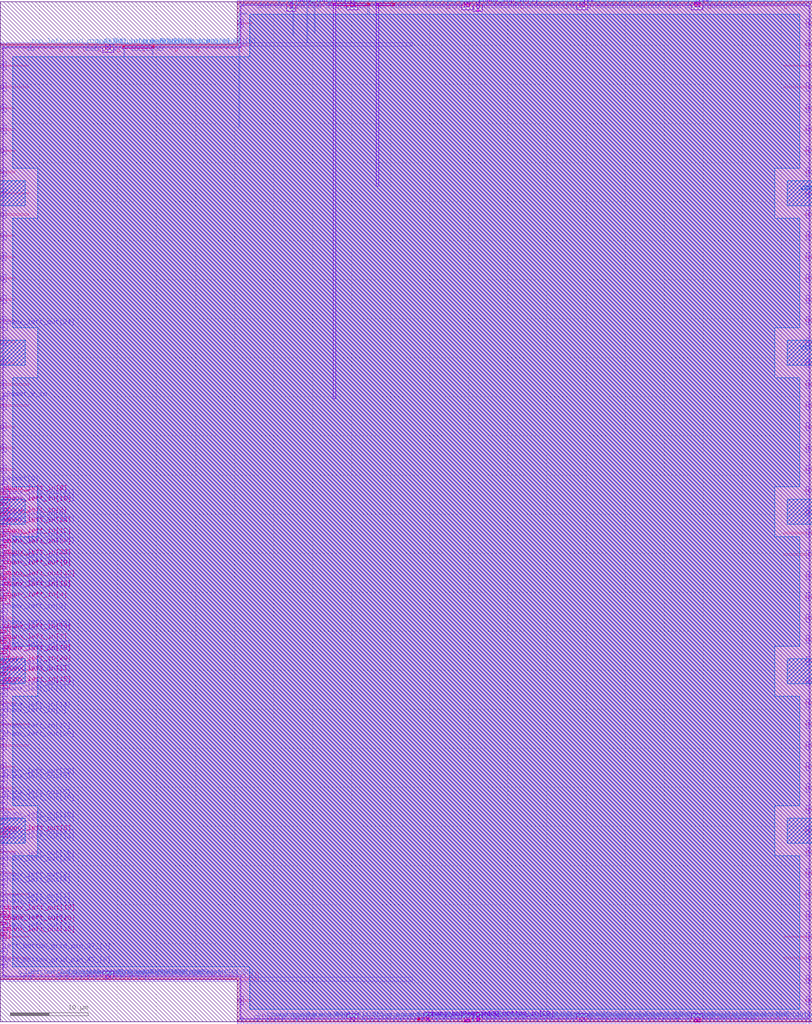
<source format=lef>
VERSION 5.7 ;
BUSBITCHARS "[]" ;

UNITS
  DATABASE MICRONS 1000 ;
END UNITS

MANUFACTURINGGRID 0.005 ;

LAYER li1
  TYPE ROUTING ;
  DIRECTION VERTICAL ;
  PITCH 0.46 ;
  WIDTH 0.17 ;
END li1

LAYER mcon
  TYPE CUT ;
END mcon

LAYER met1
  TYPE ROUTING ;
  DIRECTION HORIZONTAL ;
  PITCH 0.34 ;
  WIDTH 0.14 ;
END met1

LAYER via
  TYPE CUT ;
END via

LAYER met2
  TYPE ROUTING ;
  DIRECTION VERTICAL ;
  PITCH 0.46 ;
  WIDTH 0.14 ;
END met2

LAYER via2
  TYPE CUT ;
END via2

LAYER met3
  TYPE ROUTING ;
  DIRECTION HORIZONTAL ;
  PITCH 0.68 ;
  WIDTH 0.3 ;
END met3

LAYER via3
  TYPE CUT ;
END via3

LAYER met4
  TYPE ROUTING ;
  DIRECTION VERTICAL ;
  PITCH 0.92 ;
  WIDTH 0.3 ;
END met4

LAYER via4
  TYPE CUT ;
END via4

LAYER met5
  TYPE ROUTING ;
  DIRECTION HORIZONTAL ;
  PITCH 3.4 ;
  WIDTH 1.6 ;
END met5

LAYER nwell
  TYPE MASTERSLICE ;
END nwell

LAYER pwell
  TYPE MASTERSLICE ;
END pwell

LAYER OVERLAP
  TYPE OVERLAP ;
END OVERLAP

VIA L1M1_PR
  LAYER li1 ;
    RECT -0.085 -0.085 0.085 0.085 ;
  LAYER mcon ;
    RECT -0.085 -0.085 0.085 0.085 ;
  LAYER met1 ;
    RECT -0.145 -0.115 0.145 0.115 ;
END L1M1_PR

VIA L1M1_PR_R
  LAYER li1 ;
    RECT -0.085 -0.085 0.085 0.085 ;
  LAYER mcon ;
    RECT -0.085 -0.085 0.085 0.085 ;
  LAYER met1 ;
    RECT -0.115 -0.145 0.115 0.145 ;
END L1M1_PR_R

VIA L1M1_PR_M
  LAYER li1 ;
    RECT -0.085 -0.085 0.085 0.085 ;
  LAYER mcon ;
    RECT -0.085 -0.085 0.085 0.085 ;
  LAYER met1 ;
    RECT -0.115 -0.145 0.115 0.145 ;
END L1M1_PR_M

VIA L1M1_PR_MR
  LAYER li1 ;
    RECT -0.085 -0.085 0.085 0.085 ;
  LAYER mcon ;
    RECT -0.085 -0.085 0.085 0.085 ;
  LAYER met1 ;
    RECT -0.145 -0.115 0.145 0.115 ;
END L1M1_PR_MR

VIA L1M1_PR_C
  LAYER li1 ;
    RECT -0.085 -0.085 0.085 0.085 ;
  LAYER mcon ;
    RECT -0.085 -0.085 0.085 0.085 ;
  LAYER met1 ;
    RECT -0.145 -0.145 0.145 0.145 ;
END L1M1_PR_C

VIA M1M2_PR
  LAYER met1 ;
    RECT -0.16 -0.13 0.16 0.13 ;
  LAYER via ;
    RECT -0.075 -0.075 0.075 0.075 ;
  LAYER met2 ;
    RECT -0.13 -0.16 0.13 0.16 ;
END M1M2_PR

VIA M1M2_PR_Enc
  LAYER met1 ;
    RECT -0.16 -0.13 0.16 0.13 ;
  LAYER via ;
    RECT -0.075 -0.075 0.075 0.075 ;
  LAYER met2 ;
    RECT -0.16 -0.13 0.16 0.13 ;
END M1M2_PR_Enc

VIA M1M2_PR_R
  LAYER met1 ;
    RECT -0.13 -0.16 0.13 0.16 ;
  LAYER via ;
    RECT -0.075 -0.075 0.075 0.075 ;
  LAYER met2 ;
    RECT -0.16 -0.13 0.16 0.13 ;
END M1M2_PR_R

VIA M1M2_PR_R_Enc
  LAYER met1 ;
    RECT -0.13 -0.16 0.13 0.16 ;
  LAYER via ;
    RECT -0.075 -0.075 0.075 0.075 ;
  LAYER met2 ;
    RECT -0.13 -0.16 0.13 0.16 ;
END M1M2_PR_R_Enc

VIA M1M2_PR_M
  LAYER met1 ;
    RECT -0.16 -0.13 0.16 0.13 ;
  LAYER via ;
    RECT -0.075 -0.075 0.075 0.075 ;
  LAYER met2 ;
    RECT -0.16 -0.13 0.16 0.13 ;
END M1M2_PR_M

VIA M1M2_PR_M_Enc
  LAYER met1 ;
    RECT -0.16 -0.13 0.16 0.13 ;
  LAYER via ;
    RECT -0.075 -0.075 0.075 0.075 ;
  LAYER met2 ;
    RECT -0.13 -0.16 0.13 0.16 ;
END M1M2_PR_M_Enc

VIA M1M2_PR_MR
  LAYER met1 ;
    RECT -0.13 -0.16 0.13 0.16 ;
  LAYER via ;
    RECT -0.075 -0.075 0.075 0.075 ;
  LAYER met2 ;
    RECT -0.13 -0.16 0.13 0.16 ;
END M1M2_PR_MR

VIA M1M2_PR_MR_Enc
  LAYER met1 ;
    RECT -0.13 -0.16 0.13 0.16 ;
  LAYER via ;
    RECT -0.075 -0.075 0.075 0.075 ;
  LAYER met2 ;
    RECT -0.16 -0.13 0.16 0.13 ;
END M1M2_PR_MR_Enc

VIA M1M2_PR_C
  LAYER met1 ;
    RECT -0.16 -0.16 0.16 0.16 ;
  LAYER via ;
    RECT -0.075 -0.075 0.075 0.075 ;
  LAYER met2 ;
    RECT -0.16 -0.16 0.16 0.16 ;
END M1M2_PR_C

VIA M2M3_PR
  LAYER met2 ;
    RECT -0.14 -0.185 0.14 0.185 ;
  LAYER via2 ;
    RECT -0.1 -0.1 0.1 0.1 ;
  LAYER met3 ;
    RECT -0.165 -0.165 0.165 0.165 ;
END M2M3_PR

VIA M2M3_PR_R
  LAYER met2 ;
    RECT -0.185 -0.14 0.185 0.14 ;
  LAYER via2 ;
    RECT -0.1 -0.1 0.1 0.1 ;
  LAYER met3 ;
    RECT -0.165 -0.165 0.165 0.165 ;
END M2M3_PR_R

VIA M2M3_PR_M
  LAYER met2 ;
    RECT -0.14 -0.185 0.14 0.185 ;
  LAYER via2 ;
    RECT -0.1 -0.1 0.1 0.1 ;
  LAYER met3 ;
    RECT -0.165 -0.165 0.165 0.165 ;
END M2M3_PR_M

VIA M2M3_PR_MR
  LAYER met2 ;
    RECT -0.185 -0.14 0.185 0.14 ;
  LAYER via2 ;
    RECT -0.1 -0.1 0.1 0.1 ;
  LAYER met3 ;
    RECT -0.165 -0.165 0.165 0.165 ;
END M2M3_PR_MR

VIA M2M3_PR_C
  LAYER met2 ;
    RECT -0.185 -0.185 0.185 0.185 ;
  LAYER via2 ;
    RECT -0.1 -0.1 0.1 0.1 ;
  LAYER met3 ;
    RECT -0.165 -0.165 0.165 0.165 ;
END M2M3_PR_C

VIA M3M4_PR
  LAYER met3 ;
    RECT -0.19 -0.16 0.19 0.16 ;
  LAYER via3 ;
    RECT -0.1 -0.1 0.1 0.1 ;
  LAYER met4 ;
    RECT -0.165 -0.165 0.165 0.165 ;
END M3M4_PR

VIA M3M4_PR_R
  LAYER met3 ;
    RECT -0.16 -0.19 0.16 0.19 ;
  LAYER via3 ;
    RECT -0.1 -0.1 0.1 0.1 ;
  LAYER met4 ;
    RECT -0.165 -0.165 0.165 0.165 ;
END M3M4_PR_R

VIA M3M4_PR_M
  LAYER met3 ;
    RECT -0.19 -0.16 0.19 0.16 ;
  LAYER via3 ;
    RECT -0.1 -0.1 0.1 0.1 ;
  LAYER met4 ;
    RECT -0.165 -0.165 0.165 0.165 ;
END M3M4_PR_M

VIA M3M4_PR_MR
  LAYER met3 ;
    RECT -0.16 -0.19 0.16 0.19 ;
  LAYER via3 ;
    RECT -0.1 -0.1 0.1 0.1 ;
  LAYER met4 ;
    RECT -0.165 -0.165 0.165 0.165 ;
END M3M4_PR_MR

VIA M3M4_PR_C
  LAYER met3 ;
    RECT -0.19 -0.19 0.19 0.19 ;
  LAYER via3 ;
    RECT -0.1 -0.1 0.1 0.1 ;
  LAYER met4 ;
    RECT -0.165 -0.165 0.165 0.165 ;
END M3M4_PR_C

VIA M4M5_PR
  LAYER met4 ;
    RECT -0.59 -0.59 0.59 0.59 ;
  LAYER via4 ;
    RECT -0.4 -0.4 0.4 0.4 ;
  LAYER met5 ;
    RECT -0.71 -0.71 0.71 0.71 ;
END M4M5_PR

VIA M4M5_PR_R
  LAYER met4 ;
    RECT -0.59 -0.59 0.59 0.59 ;
  LAYER via4 ;
    RECT -0.4 -0.4 0.4 0.4 ;
  LAYER met5 ;
    RECT -0.71 -0.71 0.71 0.71 ;
END M4M5_PR_R

VIA M4M5_PR_M
  LAYER met4 ;
    RECT -0.59 -0.59 0.59 0.59 ;
  LAYER via4 ;
    RECT -0.4 -0.4 0.4 0.4 ;
  LAYER met5 ;
    RECT -0.71 -0.71 0.71 0.71 ;
END M4M5_PR_M

VIA M4M5_PR_MR
  LAYER met4 ;
    RECT -0.59 -0.59 0.59 0.59 ;
  LAYER via4 ;
    RECT -0.4 -0.4 0.4 0.4 ;
  LAYER met5 ;
    RECT -0.71 -0.71 0.71 0.71 ;
END M4M5_PR_MR

VIA M4M5_PR_C
  LAYER met4 ;
    RECT -0.59 -0.59 0.59 0.59 ;
  LAYER via4 ;
    RECT -0.4 -0.4 0.4 0.4 ;
  LAYER met5 ;
    RECT -0.71 -0.71 0.71 0.71 ;
END M4M5_PR_C

SITE unit
  CLASS CORE ;
  SYMMETRY Y ;
  SIZE 0.46 BY 2.72 ;
END unit

SITE unithddbl
  CLASS CORE ;
  SIZE 0.46 BY 5.44 ;
END unithddbl

MACRO sb_2__1_
  CLASS BLOCK ;
  ORIGIN 0 0 ;
  SIZE 103.96 BY 130.56 ;
  SYMMETRY X Y ;
  PIN pReset[0]
    DIRECTION INPUT ;
    USE SIGNAL ;
    PORT
      LAYER met1 ;
        RECT 0 68.78 0.595 68.92 ;
    END
  END pReset[0]
  PIN chany_top_in[0]
    DIRECTION INPUT ;
    USE SIGNAL ;
    PORT
      LAYER met2 ;
        RECT 72.38 130.075 72.52 130.56 ;
    END
  END chany_top_in[0]
  PIN chany_top_in[1]
    DIRECTION INPUT ;
    USE SIGNAL ;
    PORT
      LAYER met4 ;
        RECT 61.03 129.76 61.33 130.56 ;
    END
  END chany_top_in[1]
  PIN chany_top_in[2]
    DIRECTION INPUT ;
    USE SIGNAL ;
    PORT
      LAYER met2 ;
        RECT 33.28 130.075 33.42 130.56 ;
    END
  END chany_top_in[2]
  PIN chany_top_in[3]
    DIRECTION INPUT ;
    USE SIGNAL ;
    PORT
      LAYER met2 ;
        RECT 57.2 130.075 57.34 130.56 ;
    END
  END chany_top_in[3]
  PIN chany_top_in[4]
    DIRECTION INPUT ;
    USE SIGNAL ;
    PORT
      LAYER met2 ;
        RECT 51.22 130.075 51.36 130.56 ;
    END
  END chany_top_in[4]
  PIN chany_top_in[5]
    DIRECTION INPUT ;
    USE SIGNAL ;
    PORT
      LAYER met2 ;
        RECT 61.34 130.075 61.48 130.56 ;
    END
  END chany_top_in[5]
  PIN chany_top_in[6]
    DIRECTION INPUT ;
    USE SIGNAL ;
    PORT
      LAYER met2 ;
        RECT 55.36 130.075 55.5 130.56 ;
    END
  END chany_top_in[6]
  PIN chany_top_in[7]
    DIRECTION INPUT ;
    USE SIGNAL ;
    PORT
      LAYER met2 ;
        RECT 69.62 130.075 69.76 130.56 ;
    END
  END chany_top_in[7]
  PIN chany_top_in[8]
    DIRECTION INPUT ;
    USE SIGNAL ;
    PORT
      LAYER met2 ;
        RECT 73.3 130.075 73.44 130.56 ;
    END
  END chany_top_in[8]
  PIN chany_top_in[9]
    DIRECTION INPUT ;
    USE SIGNAL ;
    PORT
      LAYER met2 ;
        RECT 68.7 130.075 68.84 130.56 ;
    END
  END chany_top_in[9]
  PIN chany_top_in[10]
    DIRECTION INPUT ;
    USE SIGNAL ;
    PORT
      LAYER met2 ;
        RECT 90.78 130.075 90.92 130.56 ;
    END
  END chany_top_in[10]
  PIN chany_top_in[11]
    DIRECTION INPUT ;
    USE SIGNAL ;
    PORT
      LAYER met2 ;
        RECT 78.36 130.075 78.5 130.56 ;
    END
  END chany_top_in[11]
  PIN chany_top_in[12]
    DIRECTION INPUT ;
    USE SIGNAL ;
    PORT
      LAYER met2 ;
        RECT 71.46 130.075 71.6 130.56 ;
    END
  END chany_top_in[12]
  PIN chany_top_in[13]
    DIRECTION INPUT ;
    USE SIGNAL ;
    PORT
      LAYER met2 ;
        RECT 67.78 130.075 67.92 130.56 ;
    END
  END chany_top_in[13]
  PIN chany_top_in[14]
    DIRECTION INPUT ;
    USE SIGNAL ;
    PORT
      LAYER met2 ;
        RECT 76.52 130.075 76.66 130.56 ;
    END
  END chany_top_in[14]
  PIN chany_top_in[15]
    DIRECTION INPUT ;
    USE SIGNAL ;
    PORT
      LAYER met2 ;
        RECT 94.46 130.075 94.6 130.56 ;
    END
  END chany_top_in[15]
  PIN chany_top_in[16]
    DIRECTION INPUT ;
    USE SIGNAL ;
    PORT
      LAYER met2 ;
        RECT 70.54 130.075 70.68 130.56 ;
    END
  END chany_top_in[16]
  PIN chany_top_in[17]
    DIRECTION INPUT ;
    USE SIGNAL ;
    PORT
      LAYER met2 ;
        RECT 89.86 130.075 90 130.56 ;
    END
  END chany_top_in[17]
  PIN chany_top_in[18]
    DIRECTION INPUT ;
    USE SIGNAL ;
    PORT
      LAYER met2 ;
        RECT 88.02 130.075 88.16 130.56 ;
    END
  END chany_top_in[18]
  PIN chany_top_in[19]
    DIRECTION INPUT ;
    USE SIGNAL ;
    PORT
      LAYER met2 ;
        RECT 93.54 130.075 93.68 130.56 ;
    END
  END chany_top_in[19]
  PIN chany_top_in[20]
    DIRECTION INPUT ;
    USE SIGNAL ;
    PORT
      LAYER met2 ;
        RECT 75.14 130.075 75.28 130.56 ;
    END
  END chany_top_in[20]
  PIN chany_top_in[21]
    DIRECTION INPUT ;
    USE SIGNAL ;
    PORT
      LAYER met2 ;
        RECT 56.28 130.075 56.42 130.56 ;
    END
  END chany_top_in[21]
  PIN chany_top_in[22]
    DIRECTION INPUT ;
    USE SIGNAL ;
    PORT
      LAYER met2 ;
        RECT 37.88 130.075 38.02 130.56 ;
    END
  END chany_top_in[22]
  PIN chany_top_in[23]
    DIRECTION INPUT ;
    USE SIGNAL ;
    PORT
      LAYER met2 ;
        RECT 43.86 130.075 44 130.56 ;
    END
  END chany_top_in[23]
  PIN chany_top_in[24]
    DIRECTION INPUT ;
    USE SIGNAL ;
    PORT
      LAYER met2 ;
        RECT 34.2 130.075 34.34 130.56 ;
    END
  END chany_top_in[24]
  PIN chany_top_in[25]
    DIRECTION INPUT ;
    USE SIGNAL ;
    PORT
      LAYER met2 ;
        RECT 42.94 130.075 43.08 130.56 ;
    END
  END chany_top_in[25]
  PIN chany_top_in[26]
    DIRECTION INPUT ;
    USE SIGNAL ;
    PORT
      LAYER met2 ;
        RECT 91.7 130.075 91.84 130.56 ;
    END
  END chany_top_in[26]
  PIN chany_top_in[27]
    DIRECTION INPUT ;
    USE SIGNAL ;
    PORT
      LAYER met2 ;
        RECT 81.12 130.075 81.26 130.56 ;
    END
  END chany_top_in[27]
  PIN chany_top_in[28]
    DIRECTION INPUT ;
    USE SIGNAL ;
    PORT
      LAYER met2 ;
        RECT 80.2 130.075 80.34 130.56 ;
    END
  END chany_top_in[28]
  PIN chany_top_in[29]
    DIRECTION INPUT ;
    USE SIGNAL ;
    PORT
      LAYER met2 ;
        RECT 79.28 130.075 79.42 130.56 ;
    END
  END chany_top_in[29]
  PIN top_left_grid_pin_44_[0]
    DIRECTION INPUT ;
    USE SIGNAL ;
    PORT
      LAYER met2 ;
        RECT 17.18 124.635 17.32 125.12 ;
    END
  END top_left_grid_pin_44_[0]
  PIN top_left_grid_pin_45_[0]
    DIRECTION INPUT ;
    USE SIGNAL ;
    PORT
      LAYER met2 ;
        RECT 12.12 124.635 12.26 125.12 ;
    END
  END top_left_grid_pin_45_[0]
  PIN top_left_grid_pin_46_[0]
    DIRECTION INPUT ;
    USE SIGNAL ;
    PORT
      LAYER met2 ;
        RECT 19.02 124.635 19.16 125.12 ;
    END
  END top_left_grid_pin_46_[0]
  PIN top_left_grid_pin_47_[0]
    DIRECTION INPUT ;
    USE SIGNAL ;
    PORT
      LAYER met2 ;
        RECT 20.4 124.635 20.54 125.12 ;
    END
  END top_left_grid_pin_47_[0]
  PIN top_left_grid_pin_48_[0]
    DIRECTION INPUT ;
    USE SIGNAL ;
    PORT
      LAYER met2 ;
        RECT 3.84 124.635 3.98 125.12 ;
    END
  END top_left_grid_pin_48_[0]
  PIN top_left_grid_pin_49_[0]
    DIRECTION INPUT ;
    USE SIGNAL ;
    PORT
      LAYER met2 ;
        RECT 14.42 124.635 14.56 125.12 ;
    END
  END top_left_grid_pin_49_[0]
  PIN top_left_grid_pin_50_[0]
    DIRECTION INPUT ;
    USE SIGNAL ;
    PORT
      LAYER met2 ;
        RECT 11.2 124.635 11.34 125.12 ;
    END
  END top_left_grid_pin_50_[0]
  PIN top_left_grid_pin_51_[0]
    DIRECTION INPUT ;
    USE SIGNAL ;
    PORT
      LAYER met2 ;
        RECT 18.1 124.635 18.24 125.12 ;
    END
  END top_left_grid_pin_51_[0]
  PIN top_right_grid_pin_1_[0]
    DIRECTION INPUT ;
    USE SIGNAL ;
    PORT
      LAYER met2 ;
        RECT 63.18 130.075 63.32 130.56 ;
    END
  END top_right_grid_pin_1_[0]
  PIN chany_bottom_in[0]
    DIRECTION INPUT ;
    USE SIGNAL ;
    PORT
      LAYER met2 ;
        RECT 82.04 0 82.18 0.485 ;
    END
  END chany_bottom_in[0]
  PIN chany_bottom_in[1]
    DIRECTION INPUT ;
    USE SIGNAL ;
    PORT
      LAYER met2 ;
        RECT 36.04 0 36.18 0.485 ;
    END
  END chany_bottom_in[1]
  PIN chany_bottom_in[2]
    DIRECTION INPUT ;
    USE SIGNAL ;
    PORT
      LAYER met2 ;
        RECT 80.2 0 80.34 0.485 ;
    END
  END chany_bottom_in[2]
  PIN chany_bottom_in[3]
    DIRECTION INPUT ;
    USE SIGNAL ;
    PORT
      LAYER met4 ;
        RECT 54.59 0 54.89 0.8 ;
    END
  END chany_bottom_in[3]
  PIN chany_bottom_in[4]
    DIRECTION INPUT ;
    USE SIGNAL ;
    PORT
      LAYER met2 ;
        RECT 95.38 0 95.52 0.485 ;
    END
  END chany_bottom_in[4]
  PIN chany_bottom_in[5]
    DIRECTION INPUT ;
    USE SIGNAL ;
    PORT
      LAYER met2 ;
        RECT 74.68 0 74.82 0.485 ;
    END
  END chany_bottom_in[5]
  PIN chany_bottom_in[6]
    DIRECTION INPUT ;
    USE SIGNAL ;
    PORT
      LAYER met2 ;
        RECT 62.26 0 62.4 0.485 ;
    END
  END chany_bottom_in[6]
  PIN chany_bottom_in[7]
    DIRECTION INPUT ;
    USE SIGNAL ;
    PORT
      LAYER met2 ;
        RECT 71.46 0 71.6 0.485 ;
    END
  END chany_bottom_in[7]
  PIN chany_bottom_in[8]
    DIRECTION INPUT ;
    USE SIGNAL ;
    PORT
      LAYER met2 ;
        RECT 91.7 0 91.84 0.485 ;
    END
  END chany_bottom_in[8]
  PIN chany_bottom_in[9]
    DIRECTION INPUT ;
    USE SIGNAL ;
    PORT
      LAYER met2 ;
        RECT 65.02 0 65.16 0.485 ;
    END
  END chany_bottom_in[9]
  PIN chany_bottom_in[10]
    DIRECTION INPUT ;
    USE SIGNAL ;
    PORT
      LAYER met2 ;
        RECT 65.94 0 66.08 0.485 ;
    END
  END chany_bottom_in[10]
  PIN chany_bottom_in[11]
    DIRECTION INPUT ;
    USE SIGNAL ;
    PORT
      LAYER met2 ;
        RECT 77.44 0 77.58 0.485 ;
    END
  END chany_bottom_in[11]
  PIN chany_bottom_in[12]
    DIRECTION INPUT ;
    USE SIGNAL ;
    PORT
      LAYER met2 ;
        RECT 60.42 0 60.56 0.485 ;
    END
  END chany_bottom_in[12]
  PIN chany_bottom_in[13]
    DIRECTION INPUT ;
    USE SIGNAL ;
    PORT
      LAYER met2 ;
        RECT 94.46 0 94.6 0.485 ;
    END
  END chany_bottom_in[13]
  PIN chany_bottom_in[14]
    DIRECTION INPUT ;
    USE SIGNAL ;
    PORT
      LAYER met2 ;
        RECT 93.54 0 93.68 0.485 ;
    END
  END chany_bottom_in[14]
  PIN chany_bottom_in[15]
    DIRECTION INPUT ;
    USE SIGNAL ;
    PORT
      LAYER met2 ;
        RECT 86.64 0 86.78 0.485 ;
    END
  END chany_bottom_in[15]
  PIN chany_bottom_in[16]
    DIRECTION INPUT ;
    USE SIGNAL ;
    PORT
      LAYER met2 ;
        RECT 67.78 0 67.92 0.485 ;
    END
  END chany_bottom_in[16]
  PIN chany_bottom_in[17]
    DIRECTION INPUT ;
    USE SIGNAL ;
    PORT
      LAYER met2 ;
        RECT 75.6 0 75.74 0.485 ;
    END
  END chany_bottom_in[17]
  PIN chany_bottom_in[18]
    DIRECTION INPUT ;
    USE SIGNAL ;
    PORT
      LAYER met2 ;
        RECT 89.86 0 90 0.485 ;
    END
  END chany_bottom_in[18]
  PIN chany_bottom_in[19]
    DIRECTION INPUT ;
    USE SIGNAL ;
    PORT
      LAYER met2 ;
        RECT 69.62 0 69.76 0.485 ;
    END
  END chany_bottom_in[19]
  PIN chany_bottom_in[20]
    DIRECTION INPUT ;
    USE SIGNAL ;
    PORT
      LAYER met2 ;
        RECT 92.62 0 92.76 0.485 ;
    END
  END chany_bottom_in[20]
  PIN chany_bottom_in[21]
    DIRECTION INPUT ;
    USE SIGNAL ;
    PORT
      LAYER met2 ;
        RECT 79.28 0 79.42 0.485 ;
    END
  END chany_bottom_in[21]
  PIN chany_bottom_in[22]
    DIRECTION INPUT ;
    USE SIGNAL ;
    PORT
      LAYER met2 ;
        RECT 63.18 0 63.32 0.485 ;
    END
  END chany_bottom_in[22]
  PIN chany_bottom_in[23]
    DIRECTION INPUT ;
    USE SIGNAL ;
    PORT
      LAYER met4 ;
        RECT 61.03 0 61.33 0.8 ;
    END
  END chany_bottom_in[23]
  PIN chany_bottom_in[24]
    DIRECTION INPUT ;
    USE SIGNAL ;
    PORT
      LAYER met2 ;
        RECT 35.12 0 35.26 0.485 ;
    END
  END chany_bottom_in[24]
  PIN chany_bottom_in[25]
    DIRECTION INPUT ;
    USE SIGNAL ;
    PORT
      LAYER met2 ;
        RECT 88.02 0 88.16 0.485 ;
    END
  END chany_bottom_in[25]
  PIN chany_bottom_in[26]
    DIRECTION INPUT ;
    USE SIGNAL ;
    PORT
      LAYER met2 ;
        RECT 55.82 0 55.96 0.485 ;
    END
  END chany_bottom_in[26]
  PIN chany_bottom_in[27]
    DIRECTION INPUT ;
    USE SIGNAL ;
    PORT
      LAYER met2 ;
        RECT 51.22 0 51.36 0.485 ;
    END
  END chany_bottom_in[27]
  PIN chany_bottom_in[28]
    DIRECTION INPUT ;
    USE SIGNAL ;
    PORT
      LAYER met2 ;
        RECT 72.38 0 72.52 0.485 ;
    END
  END chany_bottom_in[28]
  PIN chany_bottom_in[29]
    DIRECTION INPUT ;
    USE SIGNAL ;
    PORT
      LAYER met2 ;
        RECT 84.8 0 84.94 0.485 ;
    END
  END chany_bottom_in[29]
  PIN bottom_right_grid_pin_1_[0]
    DIRECTION INPUT ;
    USE SIGNAL ;
    PORT
      LAYER met2 ;
        RECT 32.82 0 32.96 0.485 ;
    END
  END bottom_right_grid_pin_1_[0]
  PIN bottom_left_grid_pin_44_[0]
    DIRECTION INPUT ;
    USE SIGNAL ;
    PORT
      LAYER met2 ;
        RECT 16.72 5.44 16.86 5.925 ;
    END
  END bottom_left_grid_pin_44_[0]
  PIN bottom_left_grid_pin_45_[0]
    DIRECTION INPUT ;
    USE SIGNAL ;
    PORT
      LAYER met2 ;
        RECT 3.84 5.44 3.98 5.925 ;
    END
  END bottom_left_grid_pin_45_[0]
  PIN bottom_left_grid_pin_46_[0]
    DIRECTION INPUT ;
    USE SIGNAL ;
    PORT
      LAYER met2 ;
        RECT 18.56 5.44 18.7 5.925 ;
    END
  END bottom_left_grid_pin_46_[0]
  PIN bottom_left_grid_pin_47_[0]
    DIRECTION INPUT ;
    USE SIGNAL ;
    PORT
      LAYER met2 ;
        RECT 17.64 5.44 17.78 5.925 ;
    END
  END bottom_left_grid_pin_47_[0]
  PIN bottom_left_grid_pin_48_[0]
    DIRECTION INPUT ;
    USE SIGNAL ;
    PORT
      LAYER met2 ;
        RECT 10.28 5.44 10.42 5.925 ;
    END
  END bottom_left_grid_pin_48_[0]
  PIN bottom_left_grid_pin_49_[0]
    DIRECTION INPUT ;
    USE SIGNAL ;
    PORT
      LAYER met2 ;
        RECT 13.5 5.44 13.64 5.925 ;
    END
  END bottom_left_grid_pin_49_[0]
  PIN bottom_left_grid_pin_50_[0]
    DIRECTION INPUT ;
    USE SIGNAL ;
    PORT
      LAYER met2 ;
        RECT 15.34 5.44 15.48 5.925 ;
    END
  END bottom_left_grid_pin_50_[0]
  PIN bottom_left_grid_pin_51_[0]
    DIRECTION INPUT ;
    USE SIGNAL ;
    PORT
      LAYER met2 ;
        RECT 14.42 5.44 14.56 5.925 ;
    END
  END bottom_left_grid_pin_51_[0]
  PIN chanx_left_in[0]
    DIRECTION INPUT ;
    USE SIGNAL ;
    PORT
      LAYER met1 ;
        RECT 0 39.2 0.595 39.34 ;
    END
  END chanx_left_in[0]
  PIN chanx_left_in[1]
    DIRECTION INPUT ;
    USE SIGNAL ;
    PORT
      LAYER met3 ;
        RECT 0 44.39 0.8 44.69 ;
    END
  END chanx_left_in[1]
  PIN chanx_left_in[2]
    DIRECTION INPUT ;
    USE SIGNAL ;
    PORT
      LAYER met3 ;
        RECT 0 64.79 0.8 65.09 ;
    END
  END chanx_left_in[2]
  PIN chanx_left_in[3]
    DIRECTION INPUT ;
    USE SIGNAL ;
    PORT
      LAYER met3 ;
        RECT 0 48.47 0.8 48.77 ;
    END
  END chanx_left_in[3]
  PIN chanx_left_in[4]
    DIRECTION INPUT ;
    USE SIGNAL ;
    PORT
      LAYER met3 ;
        RECT 0 53.91 0.8 54.21 ;
    END
  END chanx_left_in[4]
  PIN chanx_left_in[5]
    DIRECTION INPUT ;
    USE SIGNAL ;
    PORT
      LAYER met1 ;
        RECT 0 12.68 0.595 12.82 ;
    END
  END chanx_left_in[5]
  PIN chanx_left_in[6]
    DIRECTION INPUT ;
    USE SIGNAL ;
    PORT
      LAYER met1 ;
        RECT 0 64.36 0.595 64.5 ;
    END
  END chanx_left_in[6]
  PIN chanx_left_in[7]
    DIRECTION INPUT ;
    USE SIGNAL ;
    PORT
      LAYER met1 ;
        RECT 0 41.92 0.595 42.06 ;
    END
  END chanx_left_in[7]
  PIN chanx_left_in[8]
    DIRECTION INPUT ;
    USE SIGNAL ;
    PORT
      LAYER met1 ;
        RECT 0 52.46 0.595 52.6 ;
    END
  END chanx_left_in[8]
  PIN chanx_left_in[9]
    DIRECTION INPUT ;
    USE SIGNAL ;
    PORT
      LAYER met3 ;
        RECT 0 67.51 0.8 67.81 ;
    END
  END chanx_left_in[9]
  PIN chanx_left_in[10]
    DIRECTION INPUT ;
    USE SIGNAL ;
    PORT
      LAYER met1 ;
        RECT 0 58.24 0.595 58.38 ;
    END
  END chanx_left_in[10]
  PIN chanx_left_in[11]
    DIRECTION INPUT ;
    USE SIGNAL ;
    PORT
      LAYER met1 ;
        RECT 0 55.18 0.595 55.32 ;
    END
  END chanx_left_in[11]
  PIN chanx_left_in[12]
    DIRECTION INPUT ;
    USE SIGNAL ;
    PORT
      LAYER met3 ;
        RECT 0 62.07 0.8 62.37 ;
    END
  END chanx_left_in[12]
  PIN chanx_left_in[13]
    DIRECTION INPUT ;
    USE SIGNAL ;
    PORT
      LAYER met1 ;
        RECT 0 39.88 0.595 40.02 ;
    END
  END chanx_left_in[13]
  PIN chanx_left_in[14]
    DIRECTION INPUT ;
    USE SIGNAL ;
    PORT
      LAYER met3 ;
        RECT 0 49.83 0.8 50.13 ;
    END
  END chanx_left_in[14]
  PIN chanx_left_in[15]
    DIRECTION INPUT ;
    USE SIGNAL ;
    PORT
      LAYER met3 ;
        RECT 0 43.03 0.8 43.33 ;
    END
  END chanx_left_in[15]
  PIN chanx_left_in[16]
    DIRECTION INPUT ;
    USE SIGNAL ;
    PORT
      LAYER met3 ;
        RECT 0 55.27 0.8 55.57 ;
    END
  END chanx_left_in[16]
  PIN chanx_left_in[17]
    DIRECTION INPUT ;
    USE SIGNAL ;
    PORT
      LAYER met1 ;
        RECT 0 37.16 0.595 37.3 ;
    END
  END chanx_left_in[17]
  PIN chanx_left_in[18]
    DIRECTION INPUT ;
    USE SIGNAL ;
    PORT
      LAYER met3 ;
        RECT 0 66.15 0.8 66.45 ;
    END
  END chanx_left_in[18]
  PIN chanx_left_in[19]
    DIRECTION INPUT ;
    USE SIGNAL ;
    PORT
      LAYER met3 ;
        RECT 0 47.11 0.8 47.41 ;
    END
  END chanx_left_in[19]
  PIN chanx_left_in[20]
    DIRECTION INPUT ;
    USE SIGNAL ;
    PORT
      LAYER met3 ;
        RECT 0 60.71 0.8 61.01 ;
    END
  END chanx_left_in[20]
  PIN chanx_left_in[21]
    DIRECTION INPUT ;
    USE SIGNAL ;
    PORT
      LAYER met1 ;
        RECT 0 61.64 0.595 61.78 ;
    END
  END chanx_left_in[21]
  PIN chanx_left_in[22]
    DIRECTION INPUT ;
    USE SIGNAL ;
    PORT
      LAYER met1 ;
        RECT 0 58.92 0.595 59.06 ;
    END
  END chanx_left_in[22]
  PIN chanx_left_in[23]
    DIRECTION INPUT ;
    USE SIGNAL ;
    PORT
      LAYER met1 ;
        RECT 0 49.74 0.595 49.88 ;
    END
  END chanx_left_in[23]
  PIN chanx_left_in[24]
    DIRECTION INPUT ;
    USE SIGNAL ;
    PORT
      LAYER met3 ;
        RECT 0 63.43 0.8 63.73 ;
    END
  END chanx_left_in[24]
  PIN chanx_left_in[25]
    DIRECTION INPUT ;
    USE SIGNAL ;
    PORT
      LAYER met1 ;
        RECT 0 47.7 0.595 47.84 ;
    END
  END chanx_left_in[25]
  PIN chanx_left_in[26]
    DIRECTION INPUT ;
    USE SIGNAL ;
    PORT
      LAYER met1 ;
        RECT 0 50.42 0.595 50.56 ;
    END
  END chanx_left_in[26]
  PIN chanx_left_in[27]
    DIRECTION INPUT ;
    USE SIGNAL ;
    PORT
      LAYER met1 ;
        RECT 0 55.86 0.595 56 ;
    END
  END chanx_left_in[27]
  PIN chanx_left_in[28]
    DIRECTION INPUT ;
    USE SIGNAL ;
    PORT
      LAYER met3 ;
        RECT 0 59.35 0.8 59.65 ;
    END
  END chanx_left_in[28]
  PIN chanx_left_in[29]
    DIRECTION INPUT ;
    USE SIGNAL ;
    PORT
      LAYER met3 ;
        RECT 0 45.75 0.8 46.05 ;
    END
  END chanx_left_in[29]
  PIN left_bottom_grid_pin_36_[0]
    DIRECTION INPUT ;
    USE SIGNAL ;
    PORT
      LAYER met2 ;
        RECT 12.12 5.44 12.26 5.925 ;
    END
  END left_bottom_grid_pin_36_[0]
  PIN left_bottom_grid_pin_37_[0]
    DIRECTION INPUT ;
    USE SIGNAL ;
    PORT
      LAYER met1 ;
        RECT 0 8.94 0.595 9.08 ;
    END
  END left_bottom_grid_pin_37_[0]
  PIN left_bottom_grid_pin_38_[0]
    DIRECTION INPUT ;
    USE SIGNAL ;
    PORT
      LAYER met2 ;
        RECT 9.36 5.44 9.5 5.925 ;
    END
  END left_bottom_grid_pin_38_[0]
  PIN left_bottom_grid_pin_39_[0]
    DIRECTION INPUT ;
    USE SIGNAL ;
    PORT
      LAYER met2 ;
        RECT 8.44 5.44 8.58 5.925 ;
    END
  END left_bottom_grid_pin_39_[0]
  PIN left_bottom_grid_pin_40_[0]
    DIRECTION INPUT ;
    USE SIGNAL ;
    PORT
      LAYER met2 ;
        RECT 7.52 5.44 7.66 5.925 ;
    END
  END left_bottom_grid_pin_40_[0]
  PIN left_bottom_grid_pin_41_[0]
    DIRECTION INPUT ;
    USE SIGNAL ;
    PORT
      LAYER met2 ;
        RECT 2.92 5.44 3.06 5.925 ;
    END
  END left_bottom_grid_pin_41_[0]
  PIN left_bottom_grid_pin_42_[0]
    DIRECTION INPUT ;
    USE SIGNAL ;
    PORT
      LAYER met2 ;
        RECT 11.2 5.44 11.34 5.925 ;
    END
  END left_bottom_grid_pin_42_[0]
  PIN left_bottom_grid_pin_43_[0]
    DIRECTION INPUT ;
    USE SIGNAL ;
    PORT
      LAYER met1 ;
        RECT 0 7.24 0.595 7.38 ;
    END
  END left_bottom_grid_pin_43_[0]
  PIN ccff_head[0]
    DIRECTION INPUT ;
    USE SIGNAL ;
    PORT
      LAYER met2 ;
        RECT 39.72 130.075 39.86 130.56 ;
    END
  END ccff_head[0]
  PIN chany_top_out[0]
    DIRECTION OUTPUT ;
    USE SIGNAL ;
    PORT
      LAYER met2 ;
        RECT 82.96 130.075 83.1 130.56 ;
    END
  END chany_top_out[0]
  PIN chany_top_out[1]
    DIRECTION OUTPUT ;
    USE SIGNAL ;
    PORT
      LAYER met2 ;
        RECT 83.88 130.075 84.02 130.56 ;
    END
  END chany_top_out[1]
  PIN chany_top_out[2]
    DIRECTION OUTPUT ;
    USE SIGNAL ;
    PORT
      LAYER met2 ;
        RECT 85.72 130.075 85.86 130.56 ;
    END
  END chany_top_out[2]
  PIN chany_top_out[3]
    DIRECTION OUTPUT ;
    USE SIGNAL ;
    PORT
      LAYER met2 ;
        RECT 84.8 130.075 84.94 130.56 ;
    END
  END chany_top_out[3]
  PIN chany_top_out[4]
    DIRECTION OUTPUT ;
    USE SIGNAL ;
    PORT
      LAYER met2 ;
        RECT 46.62 130.075 46.76 130.56 ;
    END
  END chany_top_out[4]
  PIN chany_top_out[5]
    DIRECTION OUTPUT ;
    USE SIGNAL ;
    PORT
      LAYER met4 ;
        RECT 37.11 129.76 37.41 130.56 ;
    END
  END chany_top_out[5]
  PIN chany_top_out[6]
    DIRECTION OUTPUT ;
    USE SIGNAL ;
    PORT
      LAYER met2 ;
        RECT 65.02 130.075 65.16 130.56 ;
    END
  END chany_top_out[6]
  PIN chany_top_out[7]
    DIRECTION OUTPUT ;
    USE SIGNAL ;
    PORT
      LAYER met2 ;
        RECT 44.78 130.075 44.92 130.56 ;
    END
  END chany_top_out[7]
  PIN chany_top_out[8]
    DIRECTION OUTPUT ;
    USE SIGNAL ;
    PORT
      LAYER met2 ;
        RECT 59.04 130.075 59.18 130.56 ;
    END
  END chany_top_out[8]
  PIN chany_top_out[9]
    DIRECTION OUTPUT ;
    USE SIGNAL ;
    PORT
      LAYER met2 ;
        RECT 92.62 130.075 92.76 130.56 ;
    END
  END chany_top_out[9]
  PIN chany_top_out[10]
    DIRECTION OUTPUT ;
    USE SIGNAL ;
    PORT
      LAYER met2 ;
        RECT 40.64 130.075 40.78 130.56 ;
    END
  END chany_top_out[10]
  PIN chany_top_out[11]
    DIRECTION OUTPUT ;
    USE SIGNAL ;
    PORT
      LAYER met2 ;
        RECT 65.94 130.075 66.08 130.56 ;
    END
  END chany_top_out[11]
  PIN chany_top_out[12]
    DIRECTION OUTPUT ;
    USE SIGNAL ;
    PORT
      LAYER met2 ;
        RECT 95.38 130.075 95.52 130.56 ;
    END
  END chany_top_out[12]
  PIN chany_top_out[13]
    DIRECTION OUTPUT ;
    USE SIGNAL ;
    PORT
      LAYER met2 ;
        RECT 45.7 130.075 45.84 130.56 ;
    END
  END chany_top_out[13]
  PIN chany_top_out[14]
    DIRECTION OUTPUT ;
    USE SIGNAL ;
    PORT
      LAYER met2 ;
        RECT 64.1 130.075 64.24 130.56 ;
    END
  END chany_top_out[14]
  PIN chany_top_out[15]
    DIRECTION OUTPUT ;
    USE SIGNAL ;
    PORT
      LAYER met2 ;
        RECT 54.44 130.075 54.58 130.56 ;
    END
  END chany_top_out[15]
  PIN chany_top_out[16]
    DIRECTION OUTPUT ;
    USE SIGNAL ;
    PORT
      LAYER met2 ;
        RECT 36.96 130.075 37.1 130.56 ;
    END
  END chany_top_out[16]
  PIN chany_top_out[17]
    DIRECTION OUTPUT ;
    USE SIGNAL ;
    PORT
      LAYER met2 ;
        RECT 74.22 130.075 74.36 130.56 ;
    END
  END chany_top_out[17]
  PIN chany_top_out[18]
    DIRECTION OUTPUT ;
    USE SIGNAL ;
    PORT
      LAYER met2 ;
        RECT 82.04 130.075 82.18 130.56 ;
    END
  END chany_top_out[18]
  PIN chany_top_out[19]
    DIRECTION OUTPUT ;
    USE SIGNAL ;
    PORT
      LAYER met2 ;
        RECT 50.3 130.075 50.44 130.56 ;
    END
  END chany_top_out[19]
  PIN chany_top_out[20]
    DIRECTION OUTPUT ;
    USE SIGNAL ;
    PORT
      LAYER met2 ;
        RECT 53.06 130.075 53.2 130.56 ;
    END
  END chany_top_out[20]
  PIN chany_top_out[21]
    DIRECTION OUTPUT ;
    USE SIGNAL ;
    PORT
      LAYER met2 ;
        RECT 48.92 130.075 49.06 130.56 ;
    END
  END chany_top_out[21]
  PIN chany_top_out[22]
    DIRECTION OUTPUT ;
    USE SIGNAL ;
    PORT
      LAYER met2 ;
        RECT 62.26 130.075 62.4 130.56 ;
    END
  END chany_top_out[22]
  PIN chany_top_out[23]
    DIRECTION OUTPUT ;
    USE SIGNAL ;
    PORT
      LAYER met2 ;
        RECT 66.86 130.075 67 130.56 ;
    END
  END chany_top_out[23]
  PIN chany_top_out[24]
    DIRECTION OUTPUT ;
    USE SIGNAL ;
    PORT
      LAYER met2 ;
        RECT 86.64 130.075 86.78 130.56 ;
    END
  END chany_top_out[24]
  PIN chany_top_out[25]
    DIRECTION OUTPUT ;
    USE SIGNAL ;
    PORT
      LAYER met2 ;
        RECT 48 130.075 48.14 130.56 ;
    END
  END chany_top_out[25]
  PIN chany_top_out[26]
    DIRECTION OUTPUT ;
    USE SIGNAL ;
    PORT
      LAYER met2 ;
        RECT 58.12 130.075 58.26 130.56 ;
    END
  END chany_top_out[26]
  PIN chany_top_out[27]
    DIRECTION OUTPUT ;
    USE SIGNAL ;
    PORT
      LAYER met2 ;
        RECT 52.14 130.075 52.28 130.56 ;
    END
  END chany_top_out[27]
  PIN chany_top_out[28]
    DIRECTION OUTPUT ;
    USE SIGNAL ;
    PORT
      LAYER met2 ;
        RECT 38.8 130.075 38.94 130.56 ;
    END
  END chany_top_out[28]
  PIN chany_top_out[29]
    DIRECTION OUTPUT ;
    USE SIGNAL ;
    PORT
      LAYER met2 ;
        RECT 77.44 130.075 77.58 130.56 ;
    END
  END chany_top_out[29]
  PIN chany_bottom_out[0]
    DIRECTION OUTPUT ;
    USE SIGNAL ;
    PORT
      LAYER met2 ;
        RECT 83.88 0 84.02 0.485 ;
    END
  END chany_bottom_out[0]
  PIN chany_bottom_out[1]
    DIRECTION OUTPUT ;
    USE SIGNAL ;
    PORT
      LAYER met2 ;
        RECT 73.3 0 73.44 0.485 ;
    END
  END chany_bottom_out[1]
  PIN chany_bottom_out[2]
    DIRECTION OUTPUT ;
    USE SIGNAL ;
    PORT
      LAYER met2 ;
        RECT 34.2 0 34.34 0.485 ;
    END
  END chany_bottom_out[2]
  PIN chany_bottom_out[3]
    DIRECTION OUTPUT ;
    USE SIGNAL ;
    PORT
      LAYER met2 ;
        RECT 82.96 0 83.1 0.485 ;
    END
  END chany_bottom_out[3]
  PIN chany_bottom_out[4]
    DIRECTION OUTPUT ;
    USE SIGNAL ;
    PORT
      LAYER met2 ;
        RECT 61.34 0 61.48 0.485 ;
    END
  END chany_bottom_out[4]
  PIN chany_bottom_out[5]
    DIRECTION OUTPUT ;
    USE SIGNAL ;
    PORT
      LAYER met2 ;
        RECT 96.3 0 96.44 0.485 ;
    END
  END chany_bottom_out[5]
  PIN chany_bottom_out[6]
    DIRECTION OUTPUT ;
    USE SIGNAL ;
    PORT
      LAYER met2 ;
        RECT 39.72 0 39.86 0.485 ;
    END
  END chany_bottom_out[6]
  PIN chany_bottom_out[7]
    DIRECTION OUTPUT ;
    USE SIGNAL ;
    PORT
      LAYER met2 ;
        RECT 46.62 0 46.76 0.485 ;
    END
  END chany_bottom_out[7]
  PIN chany_bottom_out[8]
    DIRECTION OUTPUT ;
    USE SIGNAL ;
    PORT
      LAYER met2 ;
        RECT 70.54 0 70.68 0.485 ;
    END
  END chany_bottom_out[8]
  PIN chany_bottom_out[9]
    DIRECTION OUTPUT ;
    USE SIGNAL ;
    PORT
      LAYER met2 ;
        RECT 57.66 0 57.8 0.485 ;
    END
  END chany_bottom_out[9]
  PIN chany_bottom_out[10]
    DIRECTION OUTPUT ;
    USE SIGNAL ;
    PORT
      LAYER met2 ;
        RECT 37.88 0 38.02 0.485 ;
    END
  END chany_bottom_out[10]
  PIN chany_bottom_out[11]
    DIRECTION OUTPUT ;
    USE SIGNAL ;
    PORT
      LAYER met2 ;
        RECT 66.86 0 67 0.485 ;
    END
  END chany_bottom_out[11]
  PIN chany_bottom_out[12]
    DIRECTION OUTPUT ;
    USE SIGNAL ;
    PORT
      LAYER met2 ;
        RECT 47.54 0 47.68 0.485 ;
    END
  END chany_bottom_out[12]
  PIN chany_bottom_out[13]
    DIRECTION OUTPUT ;
    USE SIGNAL ;
    PORT
      LAYER met2 ;
        RECT 48.46 0 48.6 0.485 ;
    END
  END chany_bottom_out[13]
  PIN chany_bottom_out[14]
    DIRECTION OUTPUT ;
    USE SIGNAL ;
    PORT
      LAYER met2 ;
        RECT 81.12 0 81.26 0.485 ;
    END
  END chany_bottom_out[14]
  PIN chany_bottom_out[15]
    DIRECTION OUTPUT ;
    USE SIGNAL ;
    PORT
      LAYER met2 ;
        RECT 53.98 0 54.12 0.485 ;
    END
  END chany_bottom_out[15]
  PIN chany_bottom_out[16]
    DIRECTION OUTPUT ;
    USE SIGNAL ;
    PORT
      LAYER met2 ;
        RECT 53.06 0 53.2 0.485 ;
    END
  END chany_bottom_out[16]
  PIN chany_bottom_out[17]
    DIRECTION OUTPUT ;
    USE SIGNAL ;
    PORT
      LAYER met2 ;
        RECT 76.52 0 76.66 0.485 ;
    END
  END chany_bottom_out[17]
  PIN chany_bottom_out[18]
    DIRECTION OUTPUT ;
    USE SIGNAL ;
    PORT
      LAYER met2 ;
        RECT 58.58 0 58.72 0.485 ;
    END
  END chany_bottom_out[18]
  PIN chany_bottom_out[19]
    DIRECTION OUTPUT ;
    USE SIGNAL ;
    PORT
      LAYER met2 ;
        RECT 50.3 0 50.44 0.485 ;
    END
  END chany_bottom_out[19]
  PIN chany_bottom_out[20]
    DIRECTION OUTPUT ;
    USE SIGNAL ;
    PORT
      LAYER met2 ;
        RECT 49.38 0 49.52 0.485 ;
    END
  END chany_bottom_out[20]
  PIN chany_bottom_out[21]
    DIRECTION OUTPUT ;
    USE SIGNAL ;
    PORT
      LAYER met2 ;
        RECT 52.14 0 52.28 0.485 ;
    END
  END chany_bottom_out[21]
  PIN chany_bottom_out[22]
    DIRECTION OUTPUT ;
    USE SIGNAL ;
    PORT
      LAYER met2 ;
        RECT 38.8 0 38.94 0.485 ;
    END
  END chany_bottom_out[22]
  PIN chany_bottom_out[23]
    DIRECTION OUTPUT ;
    USE SIGNAL ;
    PORT
      LAYER met2 ;
        RECT 68.7 0 68.84 0.485 ;
    END
  END chany_bottom_out[23]
  PIN chany_bottom_out[24]
    DIRECTION OUTPUT ;
    USE SIGNAL ;
    PORT
      LAYER met2 ;
        RECT 90.78 0 90.92 0.485 ;
    END
  END chany_bottom_out[24]
  PIN chany_bottom_out[25]
    DIRECTION OUTPUT ;
    USE SIGNAL ;
    PORT
      LAYER met2 ;
        RECT 85.72 0 85.86 0.485 ;
    END
  END chany_bottom_out[25]
  PIN chany_bottom_out[26]
    DIRECTION OUTPUT ;
    USE SIGNAL ;
    PORT
      LAYER met2 ;
        RECT 64.1 0 64.24 0.485 ;
    END
  END chany_bottom_out[26]
  PIN chany_bottom_out[27]
    DIRECTION OUTPUT ;
    USE SIGNAL ;
    PORT
      LAYER met2 ;
        RECT 56.74 0 56.88 0.485 ;
    END
  END chany_bottom_out[27]
  PIN chany_bottom_out[28]
    DIRECTION OUTPUT ;
    USE SIGNAL ;
    PORT
      LAYER met2 ;
        RECT 54.9 0 55.04 0.485 ;
    END
  END chany_bottom_out[28]
  PIN chany_bottom_out[29]
    DIRECTION OUTPUT ;
    USE SIGNAL ;
    PORT
      LAYER met2 ;
        RECT 78.36 0 78.5 0.485 ;
    END
  END chany_bottom_out[29]
  PIN chanx_left_out[0]
    DIRECTION OUTPUT ;
    USE SIGNAL ;
    PORT
      LAYER met1 ;
        RECT 0 47.02 0.595 47.16 ;
    END
  END chanx_left_out[0]
  PIN chanx_left_out[1]
    DIRECTION OUTPUT ;
    USE SIGNAL ;
    PORT
      LAYER met1 ;
        RECT 0 15.4 0.595 15.54 ;
    END
  END chanx_left_out[1]
  PIN chanx_left_out[2]
    DIRECTION OUTPUT ;
    USE SIGNAL ;
    PORT
      LAYER met1 ;
        RECT 0 18.12 0.595 18.26 ;
    END
  END chanx_left_out[2]
  PIN chanx_left_out[3]
    DIRECTION OUTPUT ;
    USE SIGNAL ;
    PORT
      LAYER met1 ;
        RECT 0 44.64 0.595 44.78 ;
    END
  END chanx_left_out[3]
  PIN chanx_left_out[4]
    DIRECTION OUTPUT ;
    USE SIGNAL ;
    PORT
      LAYER met1 ;
        RECT 0 17.44 0.595 17.58 ;
    END
  END chanx_left_out[4]
  PIN chanx_left_out[5]
    DIRECTION OUTPUT ;
    USE SIGNAL ;
    PORT
      LAYER met1 ;
        RECT 0 28.66 0.595 28.8 ;
    END
  END chanx_left_out[5]
  PIN chanx_left_out[6]
    DIRECTION OUTPUT ;
    USE SIGNAL ;
    PORT
      LAYER met3 ;
        RECT 0 23.99 0.8 24.29 ;
    END
  END chanx_left_out[6]
  PIN chanx_left_out[7]
    DIRECTION OUTPUT ;
    USE SIGNAL ;
    PORT
      LAYER met1 ;
        RECT 0 11.66 0.595 11.8 ;
    END
  END chanx_left_out[7]
  PIN chanx_left_out[8]
    DIRECTION OUTPUT ;
    USE SIGNAL ;
    PORT
      LAYER met1 ;
        RECT 0 30.7 0.595 30.84 ;
    END
  END chanx_left_out[8]
  PIN chanx_left_out[9]
    DIRECTION OUTPUT ;
    USE SIGNAL ;
    PORT
      LAYER met3 ;
        RECT 0 57.99 0.8 58.29 ;
    END
  END chanx_left_out[9]
  PIN chanx_left_out[10]
    DIRECTION OUTPUT ;
    USE SIGNAL ;
    PORT
      LAYER met1 ;
        RECT 0 27.98 0.595 28.12 ;
    END
  END chanx_left_out[10]
  PIN chanx_left_out[11]
    DIRECTION OUTPUT ;
    USE SIGNAL ;
    PORT
      LAYER met1 ;
        RECT 0 14.72 0.595 14.86 ;
    END
  END chanx_left_out[11]
  PIN chanx_left_out[12]
    DIRECTION OUTPUT ;
    USE SIGNAL ;
    PORT
      LAYER met3 ;
        RECT 0 56.63 0.8 56.93 ;
    END
  END chanx_left_out[12]
  PIN chanx_left_out[13]
    DIRECTION OUTPUT ;
    USE SIGNAL ;
    PORT
      LAYER met3 ;
        RECT 0 11.07 0.8 11.37 ;
    END
  END chanx_left_out[13]
  PIN chanx_left_out[14]
    DIRECTION OUTPUT ;
    USE SIGNAL ;
    PORT
      LAYER met1 ;
        RECT 0 22.88 0.595 23.02 ;
    END
  END chanx_left_out[14]
  PIN chanx_left_out[15]
    DIRECTION OUTPUT ;
    USE SIGNAL ;
    PORT
      LAYER met1 ;
        RECT 0 60.96 0.595 61.1 ;
    END
  END chanx_left_out[15]
  PIN chanx_left_out[16]
    DIRECTION OUTPUT ;
    USE SIGNAL ;
    PORT
      LAYER met1 ;
        RECT 0 25.94 0.595 26.08 ;
    END
  END chanx_left_out[16]
  PIN chanx_left_out[17]
    DIRECTION OUTPUT ;
    USE SIGNAL ;
    PORT
      LAYER met1 ;
        RECT 0 25.26 0.595 25.4 ;
    END
  END chanx_left_out[17]
  PIN chanx_left_out[18]
    DIRECTION OUTPUT ;
    USE SIGNAL ;
    PORT
      LAYER met1 ;
        RECT 0 66.4 0.595 66.54 ;
    END
  END chanx_left_out[18]
  PIN chanx_left_out[19]
    DIRECTION OUTPUT ;
    USE SIGNAL ;
    PORT
      LAYER met3 ;
        RECT 0 13.79 0.8 14.09 ;
    END
  END chanx_left_out[19]
  PIN chanx_left_out[20]
    DIRECTION OUTPUT ;
    USE SIGNAL ;
    PORT
      LAYER met1 ;
        RECT 0 36.14 0.595 36.28 ;
    END
  END chanx_left_out[20]
  PIN chanx_left_out[21]
    DIRECTION OUTPUT ;
    USE SIGNAL ;
    PORT
      LAYER met1 ;
        RECT 0 67.08 0.595 67.22 ;
    END
  END chanx_left_out[21]
  PIN chanx_left_out[22]
    DIRECTION OUTPUT ;
    USE SIGNAL ;
    PORT
      LAYER met1 ;
        RECT 0 42.6 0.595 42.74 ;
    END
  END chanx_left_out[22]
  PIN chanx_left_out[23]
    DIRECTION OUTPUT ;
    USE SIGNAL ;
    PORT
      LAYER met1 ;
        RECT 0 23.56 0.595 23.7 ;
    END
  END chanx_left_out[23]
  PIN chanx_left_out[24]
    DIRECTION OUTPUT ;
    USE SIGNAL ;
    PORT
      LAYER met1 ;
        RECT 0 88.84 0.595 88.98 ;
    END
  END chanx_left_out[24]
  PIN chanx_left_out[25]
    DIRECTION OUTPUT ;
    USE SIGNAL ;
    PORT
      LAYER met3 ;
        RECT 0 12.43 0.8 12.73 ;
    END
  END chanx_left_out[25]
  PIN chanx_left_out[26]
    DIRECTION OUTPUT ;
    USE SIGNAL ;
    PORT
      LAYER met1 ;
        RECT 0 20.16 0.595 20.3 ;
    END
  END chanx_left_out[26]
  PIN chanx_left_out[27]
    DIRECTION OUTPUT ;
    USE SIGNAL ;
    PORT
      LAYER met1 ;
        RECT 0 63.68 0.595 63.82 ;
    END
  END chanx_left_out[27]
  PIN chanx_left_out[28]
    DIRECTION OUTPUT ;
    USE SIGNAL ;
    PORT
      LAYER met1 ;
        RECT 0 20.84 0.595 20.98 ;
    END
  END chanx_left_out[28]
  PIN chanx_left_out[29]
    DIRECTION OUTPUT ;
    USE SIGNAL ;
    PORT
      LAYER met1 ;
        RECT 0 31.38 0.595 31.52 ;
    END
  END chanx_left_out[29]
  PIN ccff_tail[0]
    DIRECTION OUTPUT ;
    USE SIGNAL ;
    PORT
      LAYER met1 ;
        RECT 0 45.32 0.595 45.46 ;
    END
  END ccff_tail[0]
  PIN pReset_W_in
    DIRECTION INPUT ;
    USE SIGNAL ;
    PORT
      LAYER met1 ;
        RECT 0 79.66 0.595 79.8 ;
    END
  END pReset_W_in
  PIN pReset_N_out
    DIRECTION OUTPUT ;
    USE SIGNAL ;
    PORT
      LAYER met2 ;
        RECT 35.58 130.075 35.72 130.56 ;
    END
  END pReset_N_out
  PIN prog_clk_0_N_in
    DIRECTION INPUT ;
    USE CLOCK ;
    PORT
      LAYER met2 ;
        RECT 42.02 130.075 42.16 130.56 ;
    END
  END prog_clk_0_N_in
  PIN VDD
    DIRECTION INPUT ;
    USE POWER ;
    PORT
      LAYER met5 ;
        RECT 0 22.88 3.2 26.08 ;
        RECT 100.76 22.88 103.96 26.08 ;
        RECT 0 63.68 3.2 66.88 ;
        RECT 100.76 63.68 103.96 66.88 ;
        RECT 0 104.48 3.2 107.68 ;
        RECT 100.76 104.48 103.96 107.68 ;
      LAYER met4 ;
        RECT 44.78 0 45.38 0.6 ;
        RECT 74.22 0 74.82 0.6 ;
        RECT 13.5 5.44 14.1 6.04 ;
        RECT 13.5 124.52 14.1 125.12 ;
        RECT 44.78 129.96 45.38 130.56 ;
        RECT 74.22 129.96 74.82 130.56 ;
      LAYER met1 ;
        RECT 30.36 2.48 30.84 2.96 ;
        RECT 103.48 2.48 103.96 2.96 ;
        RECT 0 7.92 0.48 8.4 ;
        RECT 103.48 7.92 103.96 8.4 ;
        RECT 0 13.36 0.48 13.84 ;
        RECT 103.48 13.36 103.96 13.84 ;
        RECT 0 18.8 0.48 19.28 ;
        RECT 103.48 18.8 103.96 19.28 ;
        RECT 0 24.24 0.48 24.72 ;
        RECT 103.48 24.24 103.96 24.72 ;
        RECT 0 29.68 0.48 30.16 ;
        RECT 103.48 29.68 103.96 30.16 ;
        RECT 0 35.12 0.48 35.6 ;
        RECT 103.48 35.12 103.96 35.6 ;
        RECT 0 40.56 0.48 41.04 ;
        RECT 103.48 40.56 103.96 41.04 ;
        RECT 0 46 0.48 46.48 ;
        RECT 103.48 46 103.96 46.48 ;
        RECT 0 51.44 0.48 51.92 ;
        RECT 103.48 51.44 103.96 51.92 ;
        RECT 0 56.88 0.48 57.36 ;
        RECT 103.48 56.88 103.96 57.36 ;
        RECT 0 62.32 0.48 62.8 ;
        RECT 103.48 62.32 103.96 62.8 ;
        RECT 0 67.76 0.48 68.24 ;
        RECT 103.48 67.76 103.96 68.24 ;
        RECT 0 73.2 0.48 73.68 ;
        RECT 103.48 73.2 103.96 73.68 ;
        RECT 0 78.64 0.48 79.12 ;
        RECT 103.48 78.64 103.96 79.12 ;
        RECT 0 84.08 0.48 84.56 ;
        RECT 103.48 84.08 103.96 84.56 ;
        RECT 0 89.52 0.48 90 ;
        RECT 103.48 89.52 103.96 90 ;
        RECT 0 94.96 0.48 95.44 ;
        RECT 103.48 94.96 103.96 95.44 ;
        RECT 0 100.4 0.48 100.88 ;
        RECT 103.48 100.4 103.96 100.88 ;
        RECT 0 105.84 0.48 106.32 ;
        RECT 103.48 105.84 103.96 106.32 ;
        RECT 0 111.28 0.48 111.76 ;
        RECT 103.48 111.28 103.96 111.76 ;
        RECT 0 116.72 0.48 117.2 ;
        RECT 103.48 116.72 103.96 117.2 ;
        RECT 0 122.16 0.48 122.64 ;
        RECT 103.48 122.16 103.96 122.64 ;
        RECT 30.36 127.6 30.84 128.08 ;
        RECT 103.48 127.6 103.96 128.08 ;
    END
  END VDD
  PIN VSS
    DIRECTION INPUT ;
    USE GROUND ;
    PORT
      LAYER met5 ;
        RECT 0 43.28 3.2 46.48 ;
        RECT 100.76 43.28 103.96 46.48 ;
        RECT 0 84.08 3.2 87.28 ;
        RECT 100.76 84.08 103.96 87.28 ;
      LAYER met4 ;
        RECT 59.5 0 60.1 0.6 ;
        RECT 88.94 0 89.54 0.6 ;
        RECT 59.5 129.96 60.1 130.56 ;
        RECT 88.94 129.96 89.54 130.56 ;
      LAYER met1 ;
        RECT 30.36 -0.24 30.84 0.24 ;
        RECT 103.48 -0.24 103.96 0.24 ;
        RECT 0 5.2 0.48 5.68 ;
        RECT 103.48 5.2 103.96 5.68 ;
        RECT 0 10.64 0.48 11.12 ;
        RECT 103.48 10.64 103.96 11.12 ;
        RECT 0 16.08 0.48 16.56 ;
        RECT 103.48 16.08 103.96 16.56 ;
        RECT 0 21.52 0.48 22 ;
        RECT 103.48 21.52 103.96 22 ;
        RECT 0 26.96 0.48 27.44 ;
        RECT 103.48 26.96 103.96 27.44 ;
        RECT 0 32.4 0.48 32.88 ;
        RECT 103.48 32.4 103.96 32.88 ;
        RECT 0 37.84 0.48 38.32 ;
        RECT 103.48 37.84 103.96 38.32 ;
        RECT 0 43.28 0.48 43.76 ;
        RECT 103.48 43.28 103.96 43.76 ;
        RECT 0 48.72 0.48 49.2 ;
        RECT 103.48 48.72 103.96 49.2 ;
        RECT 0 54.16 0.48 54.64 ;
        RECT 103.48 54.16 103.96 54.64 ;
        RECT 0 59.6 0.48 60.08 ;
        RECT 103.48 59.6 103.96 60.08 ;
        RECT 0 65.04 0.48 65.52 ;
        RECT 103.48 65.04 103.96 65.52 ;
        RECT 0 70.48 0.48 70.96 ;
        RECT 103.48 70.48 103.96 70.96 ;
        RECT 0 75.92 0.48 76.4 ;
        RECT 103.48 75.92 103.96 76.4 ;
        RECT 0 81.36 0.48 81.84 ;
        RECT 103.48 81.36 103.96 81.84 ;
        RECT 0 86.8 0.48 87.28 ;
        RECT 103.48 86.8 103.96 87.28 ;
        RECT 0 92.24 0.48 92.72 ;
        RECT 103.48 92.24 103.96 92.72 ;
        RECT 0 97.68 0.48 98.16 ;
        RECT 103.48 97.68 103.96 98.16 ;
        RECT 0 103.12 0.48 103.6 ;
        RECT 103.48 103.12 103.96 103.6 ;
        RECT 0 108.56 0.48 109.04 ;
        RECT 103.48 108.56 103.96 109.04 ;
        RECT 0 114 0.48 114.48 ;
        RECT 103.48 114 103.96 114.48 ;
        RECT 0 119.44 0.48 119.92 ;
        RECT 103.48 119.44 103.96 119.92 ;
        RECT 0 124.88 0.48 125.36 ;
        RECT 103.48 124.88 103.96 125.36 ;
        RECT 30.36 130.32 30.84 130.8 ;
        RECT 103.48 130.32 103.96 130.8 ;
    END
  END VSS
  OBS
    LAYER met1 ;
      POLYGON 103.2 130.8 103.2 130.32 89.4 130.32 89.4 130.31 89.08 130.31 89.08 130.32 59.96 130.32 59.96 130.31 59.64 130.31 59.64 130.32 31.12 130.32 31.12 130.8 ;
      RECT 0.76 124.88 52.76 125.36 ;
      RECT 0.76 5.2 52.76 5.68 ;
      POLYGON 89.4 0.25 89.4 0.24 103.2 0.24 103.2 -0.24 31.12 -0.24 31.12 0.24 59.64 0.24 59.64 0.25 59.96 0.25 59.96 0.24 89.08 0.24 89.08 0.25 ;
      POLYGON 103.2 130.28 103.2 130.04 103.68 130.04 103.68 128.36 103.2 128.36 103.2 127.32 103.68 127.32 103.68 125.64 103.2 125.64 103.2 124.6 103.68 124.6 103.68 122.92 103.2 122.92 103.2 121.88 103.68 121.88 103.68 120.2 103.2 120.2 103.2 119.16 103.68 119.16 103.68 117.48 103.2 117.48 103.2 116.44 103.68 116.44 103.68 114.76 103.2 114.76 103.2 113.72 103.68 113.72 103.68 112.04 103.2 112.04 103.2 111 103.68 111 103.68 109.32 103.2 109.32 103.2 108.28 103.68 108.28 103.68 106.6 103.2 106.6 103.2 105.56 103.68 105.56 103.68 103.88 103.2 103.88 103.2 102.84 103.68 102.84 103.68 101.16 103.2 101.16 103.2 100.12 103.68 100.12 103.68 98.44 103.2 98.44 103.2 97.4 103.68 97.4 103.68 95.72 103.2 95.72 103.2 94.68 103.68 94.68 103.68 93 103.2 93 103.2 91.96 103.68 91.96 103.68 90.28 103.2 90.28 103.2 89.24 103.68 89.24 103.68 87.56 103.2 87.56 103.2 86.52 103.68 86.52 103.68 84.84 103.2 84.84 103.2 83.8 103.68 83.8 103.68 82.12 103.2 82.12 103.2 81.08 103.68 81.08 103.68 79.4 103.2 79.4 103.2 78.36 103.68 78.36 103.68 76.68 103.2 76.68 103.2 75.64 103.68 75.64 103.68 73.96 103.2 73.96 103.2 72.92 103.68 72.92 103.68 71.24 103.2 71.24 103.2 70.2 103.68 70.2 103.68 68.52 103.2 68.52 103.2 67.48 103.68 67.48 103.68 65.8 103.2 65.8 103.2 64.76 103.68 64.76 103.68 63.08 103.2 63.08 103.2 62.04 103.68 62.04 103.68 60.36 103.2 60.36 103.2 59.32 103.68 59.32 103.68 57.64 103.2 57.64 103.2 56.6 103.68 56.6 103.68 54.92 103.2 54.92 103.2 53.88 103.68 53.88 103.68 52.2 103.2 52.2 103.2 51.16 103.68 51.16 103.68 49.48 103.2 49.48 103.2 48.44 103.68 48.44 103.68 46.76 103.2 46.76 103.2 45.72 103.68 45.72 103.68 44.04 103.2 44.04 103.2 43 103.68 43 103.68 41.32 103.2 41.32 103.2 40.28 103.68 40.28 103.68 38.6 103.2 38.6 103.2 37.56 103.68 37.56 103.68 35.88 103.2 35.88 103.2 34.84 103.68 34.84 103.68 33.16 103.2 33.16 103.2 32.12 103.68 32.12 103.68 30.44 103.2 30.44 103.2 29.4 103.68 29.4 103.68 27.72 103.2 27.72 103.2 26.68 103.68 26.68 103.68 25 103.2 25 103.2 23.96 103.68 23.96 103.68 22.28 103.2 22.28 103.2 21.24 103.68 21.24 103.68 19.56 103.2 19.56 103.2 18.52 103.68 18.52 103.68 16.84 103.2 16.84 103.2 15.8 103.68 15.8 103.68 14.12 103.2 14.12 103.2 13.08 103.68 13.08 103.68 11.4 103.2 11.4 103.2 10.36 103.68 10.36 103.68 8.68 103.2 8.68 103.2 7.64 103.68 7.64 103.68 5.96 103.2 5.96 103.2 4.92 103.68 4.92 103.68 3.24 103.2 3.24 103.2 2.2 103.68 2.2 103.68 0.52 103.2 0.52 103.2 0.28 31.12 0.28 31.12 0.52 30.64 0.52 30.64 2.2 31.12 2.2 31.12 3.24 30.64 3.24 30.64 5.72 0.76 5.72 0.76 5.96 0.28 5.96 0.28 6.96 0.875 6.96 0.875 7.66 0.76 7.66 0.76 8.66 0.875 8.66 0.875 9.36 0.28 9.36 0.28 10.36 0.76 10.36 0.76 11.38 0.875 11.38 0.875 12.08 0.28 12.08 0.28 12.4 0.875 12.4 0.875 13.1 0.76 13.1 0.76 14.12 0.28 14.12 0.28 14.44 0.875 14.44 0.875 15.82 0.76 15.82 0.76 16.84 0.28 16.84 0.28 17.16 0.875 17.16 0.875 18.54 0.76 18.54 0.76 19.56 0.28 19.56 0.28 19.88 0.875 19.88 0.875 21.26 0.76 21.26 0.76 22.28 0.28 22.28 0.28 22.6 0.875 22.6 0.875 23.98 0.76 23.98 0.76 24.98 0.875 24.98 0.875 26.36 0.28 26.36 0.28 26.68 0.76 26.68 0.76 27.7 0.875 27.7 0.875 29.08 0.28 29.08 0.28 29.4 0.76 29.4 0.76 30.42 0.875 30.42 0.875 31.8 0.28 31.8 0.28 32.12 0.76 32.12 0.76 33.16 0.28 33.16 0.28 34.84 0.76 34.84 0.76 35.86 0.875 35.86 0.875 36.56 0.28 36.56 0.28 36.88 0.875 36.88 0.875 37.58 0.76 37.58 0.76 38.6 0.28 38.6 0.28 38.92 0.875 38.92 0.875 40.3 0.76 40.3 0.76 41.32 0.28 41.32 0.28 41.64 0.875 41.64 0.875 43.02 0.76 43.02 0.76 44.04 0.28 44.04 0.28 44.36 0.875 44.36 0.875 45.74 0.76 45.74 0.76 46.74 0.875 46.74 0.875 48.12 0.28 48.12 0.28 48.44 0.76 48.44 0.76 49.46 0.875 49.46 0.875 50.84 0.28 50.84 0.28 51.16 0.76 51.16 0.76 52.18 0.875 52.18 0.875 52.88 0.28 52.88 0.28 53.88 0.76 53.88 0.76 54.9 0.875 54.9 0.875 56.28 0.28 56.28 0.28 56.6 0.76 56.6 0.76 57.64 0.28 57.64 0.28 57.96 0.875 57.96 0.875 59.34 0.76 59.34 0.76 60.36 0.28 60.36 0.28 60.68 0.875 60.68 0.875 62.06 0.76 62.06 0.76 63.08 0.28 63.08 0.28 63.4 0.875 63.4 0.875 64.78 0.76 64.78 0.76 65.8 0.28 65.8 0.28 66.12 0.875 66.12 0.875 67.5 0.76 67.5 0.76 68.5 0.875 68.5 0.875 69.2 0.28 69.2 0.28 70.2 0.76 70.2 0.76 71.24 0.28 71.24 0.28 72.92 0.76 72.92 0.76 73.96 0.28 73.96 0.28 75.64 0.76 75.64 0.76 76.68 0.28 76.68 0.28 78.36 0.76 78.36 0.76 79.38 0.875 79.38 0.875 80.08 0.28 80.08 0.28 81.08 0.76 81.08 0.76 82.12 0.28 82.12 0.28 83.8 0.76 83.8 0.76 84.84 0.28 84.84 0.28 86.52 0.76 86.52 0.76 87.56 0.28 87.56 0.28 88.56 0.875 88.56 0.875 89.26 0.76 89.26 0.76 90.28 0.28 90.28 0.28 91.96 0.76 91.96 0.76 93 0.28 93 0.28 94.68 0.76 94.68 0.76 95.72 0.28 95.72 0.28 97.4 0.76 97.4 0.76 98.44 0.28 98.44 0.28 100.12 0.76 100.12 0.76 101.16 0.28 101.16 0.28 102.84 0.76 102.84 0.76 103.88 0.28 103.88 0.28 105.56 0.76 105.56 0.76 106.6 0.28 106.6 0.28 108.28 0.76 108.28 0.76 109.32 0.28 109.32 0.28 111 0.76 111 0.76 112.04 0.28 112.04 0.28 113.72 0.76 113.72 0.76 114.76 0.28 114.76 0.28 116.44 0.76 116.44 0.76 117.48 0.28 117.48 0.28 119.16 0.76 119.16 0.76 120.2 0.28 120.2 0.28 121.88 0.76 121.88 0.76 122.92 0.28 122.92 0.28 124.6 0.76 124.6 0.76 124.84 30.64 124.84 30.64 127.32 31.12 127.32 31.12 128.36 30.64 128.36 30.64 130.04 31.12 130.04 31.12 130.28 ;
    LAYER met2 ;
      RECT 89.1 130.255 89.38 130.625 ;
      RECT 59.66 130.255 59.94 130.625 ;
      POLYGON 40.32 130.46 40.32 126.58 40.18 126.58 40.18 130.32 40.14 130.32 40.14 130.46 ;
      POLYGON 39.4 130.46 39.4 125.39 39.26 125.39 39.26 130.32 39.22 130.32 39.22 130.46 ;
      POLYGON 37.6 130.46 37.6 130.32 37.56 130.32 37.56 126.24 37.42 126.24 37.42 130.46 ;
      POLYGON 47.29 130.405 47.29 130.035 47.22 130.035 47.22 128.96 47.08 128.96 47.08 130.035 47.01 130.035 47.01 130.405 ;
      POLYGON 31.58 129.1 31.58 128.96 30.66 128.96 30.66 114.51 30.52 114.51 30.52 129.1 ;
      POLYGON 19.69 124.965 19.69 124.595 19.62 124.595 19.62 123.86 19.48 123.86 19.48 124.595 19.41 124.595 19.41 124.965 ;
      POLYGON 16.01 124.965 16.01 124.595 15.94 124.595 15.94 123.52 15.8 123.52 15.8 124.595 15.73 124.595 15.73 124.965 ;
      RECT 2.4 6.13 2.66 6.45 ;
      POLYGON 53.66 1.26 53.66 0.525 53.73 0.525 53.73 0.155 53.45 0.155 53.45 0.525 53.52 0.525 53.52 1.26 ;
      RECT 93.94 0.69 94.2 1.01 ;
      RECT 92.1 0.69 92.36 1.01 ;
      RECT 65.42 0.69 65.68 1.01 ;
      RECT 54.38 0.69 54.64 1.01 ;
      RECT 89.1 -0.065 89.38 0.305 ;
      RECT 59.66 -0.065 59.94 0.305 ;
      POLYGON 103.68 130.28 103.68 0.28 96.72 0.28 96.72 0.765 96.02 0.765 96.02 0.28 95.8 0.28 95.8 0.765 95.1 0.765 95.1 0.28 94.88 0.28 94.88 0.765 94.18 0.765 94.18 0.28 93.96 0.28 93.96 0.765 93.26 0.765 93.26 0.28 93.04 0.28 93.04 0.765 92.34 0.765 92.34 0.28 92.12 0.28 92.12 0.765 91.42 0.765 91.42 0.28 91.2 0.28 91.2 0.765 90.5 0.765 90.5 0.28 90.28 0.28 90.28 0.765 89.58 0.765 89.58 0.28 88.44 0.28 88.44 0.765 87.74 0.765 87.74 0.28 87.06 0.28 87.06 0.765 86.36 0.765 86.36 0.28 86.14 0.28 86.14 0.765 85.44 0.765 85.44 0.28 85.22 0.28 85.22 0.765 84.52 0.765 84.52 0.28 84.3 0.28 84.3 0.765 83.6 0.765 83.6 0.28 83.38 0.28 83.38 0.765 82.68 0.765 82.68 0.28 82.46 0.28 82.46 0.765 81.76 0.765 81.76 0.28 81.54 0.28 81.54 0.765 80.84 0.765 80.84 0.28 80.62 0.28 80.62 0.765 79.92 0.765 79.92 0.28 79.7 0.28 79.7 0.765 79 0.765 79 0.28 78.78 0.28 78.78 0.765 78.08 0.765 78.08 0.28 77.86 0.28 77.86 0.765 77.16 0.765 77.16 0.28 76.94 0.28 76.94 0.765 76.24 0.765 76.24 0.28 76.02 0.28 76.02 0.765 75.32 0.765 75.32 0.28 75.1 0.28 75.1 0.765 74.4 0.765 74.4 0.28 73.72 0.28 73.72 0.765 73.02 0.765 73.02 0.28 72.8 0.28 72.8 0.765 72.1 0.765 72.1 0.28 71.88 0.28 71.88 0.765 71.18 0.765 71.18 0.28 70.96 0.28 70.96 0.765 70.26 0.765 70.26 0.28 70.04 0.28 70.04 0.765 69.34 0.765 69.34 0.28 69.12 0.28 69.12 0.765 68.42 0.765 68.42 0.28 68.2 0.28 68.2 0.765 67.5 0.765 67.5 0.28 67.28 0.28 67.28 0.765 66.58 0.765 66.58 0.28 66.36 0.28 66.36 0.765 65.66 0.765 65.66 0.28 65.44 0.28 65.44 0.765 64.74 0.765 64.74 0.28 64.52 0.28 64.52 0.765 63.82 0.765 63.82 0.28 63.6 0.28 63.6 0.765 62.9 0.765 62.9 0.28 62.68 0.28 62.68 0.765 61.98 0.765 61.98 0.28 61.76 0.28 61.76 0.765 61.06 0.765 61.06 0.28 60.84 0.28 60.84 0.765 60.14 0.765 60.14 0.28 59 0.28 59 0.765 58.3 0.765 58.3 0.28 58.08 0.28 58.08 0.765 57.38 0.765 57.38 0.28 57.16 0.28 57.16 0.765 56.46 0.765 56.46 0.28 56.24 0.28 56.24 0.765 55.54 0.765 55.54 0.28 55.32 0.28 55.32 0.765 54.62 0.765 54.62 0.28 54.4 0.28 54.4 0.765 53.7 0.765 53.7 0.28 53.48 0.28 53.48 0.765 52.78 0.765 52.78 0.28 52.56 0.28 52.56 0.765 51.86 0.765 51.86 0.28 51.64 0.28 51.64 0.765 50.94 0.765 50.94 0.28 50.72 0.28 50.72 0.765 50.02 0.765 50.02 0.28 49.8 0.28 49.8 0.765 49.1 0.765 49.1 0.28 48.88 0.28 48.88 0.765 48.18 0.765 48.18 0.28 47.96 0.28 47.96 0.765 47.26 0.765 47.26 0.28 47.04 0.28 47.04 0.765 46.34 0.765 46.34 0.28 40.14 0.28 40.14 0.765 39.44 0.765 39.44 0.28 39.22 0.28 39.22 0.765 38.52 0.765 38.52 0.28 38.3 0.28 38.3 0.765 37.6 0.765 37.6 0.28 36.46 0.28 36.46 0.765 35.76 0.765 35.76 0.28 35.54 0.28 35.54 0.765 34.84 0.765 34.84 0.28 34.62 0.28 34.62 0.765 33.92 0.765 33.92 0.28 33.24 0.28 33.24 0.765 32.54 0.765 32.54 0.28 30.64 0.28 30.64 5.72 18.98 5.72 18.98 6.205 18.28 6.205 18.28 5.72 18.06 5.72 18.06 6.205 17.36 6.205 17.36 5.72 17.14 5.72 17.14 6.205 16.44 6.205 16.44 5.72 15.76 5.72 15.76 6.205 15.06 6.205 15.06 5.72 14.84 5.72 14.84 6.205 14.14 6.205 14.14 5.72 13.92 5.72 13.92 6.205 13.22 6.205 13.22 5.72 12.54 5.72 12.54 6.205 11.84 6.205 11.84 5.72 11.62 5.72 11.62 6.205 10.92 6.205 10.92 5.72 10.7 5.72 10.7 6.205 10 6.205 10 5.72 9.78 5.72 9.78 6.205 9.08 6.205 9.08 5.72 8.86 5.72 8.86 6.205 8.16 6.205 8.16 5.72 7.94 5.72 7.94 6.205 7.24 6.205 7.24 5.72 4.26 5.72 4.26 6.205 3.56 6.205 3.56 5.72 3.34 5.72 3.34 6.205 2.64 6.205 2.64 5.72 0.28 5.72 0.28 124.84 3.56 124.84 3.56 124.355 4.26 124.355 4.26 124.84 10.92 124.84 10.92 124.355 11.62 124.355 11.62 124.84 11.84 124.84 11.84 124.355 12.54 124.355 12.54 124.84 14.14 124.84 14.14 124.355 14.84 124.355 14.84 124.84 16.9 124.84 16.9 124.355 17.6 124.355 17.6 124.84 17.82 124.84 17.82 124.355 18.52 124.355 18.52 124.84 18.74 124.84 18.74 124.355 19.44 124.355 19.44 124.84 20.12 124.84 20.12 124.355 20.82 124.355 20.82 124.84 30.64 124.84 30.64 130.28 33 130.28 33 129.795 33.7 129.795 33.7 130.28 33.92 130.28 33.92 129.795 34.62 129.795 34.62 130.28 35.3 130.28 35.3 129.795 36 129.795 36 130.28 36.68 130.28 36.68 129.795 37.38 129.795 37.38 130.28 37.6 130.28 37.6 129.795 38.3 129.795 38.3 130.28 38.52 130.28 38.52 129.795 39.22 129.795 39.22 130.28 39.44 130.28 39.44 129.795 40.14 129.795 40.14 130.28 40.36 130.28 40.36 129.795 41.06 129.795 41.06 130.28 41.74 130.28 41.74 129.795 42.44 129.795 42.44 130.28 42.66 130.28 42.66 129.795 43.36 129.795 43.36 130.28 43.58 130.28 43.58 129.795 44.28 129.795 44.28 130.28 44.5 130.28 44.5 129.795 45.2 129.795 45.2 130.28 45.42 130.28 45.42 129.795 46.12 129.795 46.12 130.28 46.34 130.28 46.34 129.795 47.04 129.795 47.04 130.28 47.72 130.28 47.72 129.795 48.42 129.795 48.42 130.28 48.64 130.28 48.64 129.795 49.34 129.795 49.34 130.28 50.02 130.28 50.02 129.795 50.72 129.795 50.72 130.28 50.94 130.28 50.94 129.795 51.64 129.795 51.64 130.28 51.86 130.28 51.86 129.795 52.56 129.795 52.56 130.28 52.78 130.28 52.78 129.795 53.48 129.795 53.48 130.28 54.16 130.28 54.16 129.795 54.86 129.795 54.86 130.28 55.08 130.28 55.08 129.795 55.78 129.795 55.78 130.28 56 130.28 56 129.795 56.7 129.795 56.7 130.28 56.92 130.28 56.92 129.795 57.62 129.795 57.62 130.28 57.84 130.28 57.84 129.795 58.54 129.795 58.54 130.28 58.76 130.28 58.76 129.795 59.46 129.795 59.46 130.28 61.06 130.28 61.06 129.795 61.76 129.795 61.76 130.28 61.98 130.28 61.98 129.795 62.68 129.795 62.68 130.28 62.9 130.28 62.9 129.795 63.6 129.795 63.6 130.28 63.82 130.28 63.82 129.795 64.52 129.795 64.52 130.28 64.74 130.28 64.74 129.795 65.44 129.795 65.44 130.28 65.66 130.28 65.66 129.795 66.36 129.795 66.36 130.28 66.58 130.28 66.58 129.795 67.28 129.795 67.28 130.28 67.5 130.28 67.5 129.795 68.2 129.795 68.2 130.28 68.42 130.28 68.42 129.795 69.12 129.795 69.12 130.28 69.34 130.28 69.34 129.795 70.04 129.795 70.04 130.28 70.26 130.28 70.26 129.795 70.96 129.795 70.96 130.28 71.18 130.28 71.18 129.795 71.88 129.795 71.88 130.28 72.1 130.28 72.1 129.795 72.8 129.795 72.8 130.28 73.02 130.28 73.02 129.795 73.72 129.795 73.72 130.28 73.94 130.28 73.94 129.795 74.64 129.795 74.64 130.28 74.86 130.28 74.86 129.795 75.56 129.795 75.56 130.28 76.24 130.28 76.24 129.795 76.94 129.795 76.94 130.28 77.16 130.28 77.16 129.795 77.86 129.795 77.86 130.28 78.08 130.28 78.08 129.795 78.78 129.795 78.78 130.28 79 130.28 79 129.795 79.7 129.795 79.7 130.28 79.92 130.28 79.92 129.795 80.62 129.795 80.62 130.28 80.84 130.28 80.84 129.795 81.54 129.795 81.54 130.28 81.76 130.28 81.76 129.795 82.46 129.795 82.46 130.28 82.68 130.28 82.68 129.795 83.38 129.795 83.38 130.28 83.6 130.28 83.6 129.795 84.3 129.795 84.3 130.28 84.52 130.28 84.52 129.795 85.22 129.795 85.22 130.28 85.44 130.28 85.44 129.795 86.14 129.795 86.14 130.28 86.36 130.28 86.36 129.795 87.06 129.795 87.06 130.28 87.74 130.28 87.74 129.795 88.44 129.795 88.44 130.28 89.58 130.28 89.58 129.795 90.28 129.795 90.28 130.28 90.5 130.28 90.5 129.795 91.2 129.795 91.2 130.28 91.42 130.28 91.42 129.795 92.12 129.795 92.12 130.28 92.34 130.28 92.34 129.795 93.04 129.795 93.04 130.28 93.26 130.28 93.26 129.795 93.96 129.795 93.96 130.28 94.18 130.28 94.18 129.795 94.88 129.795 94.88 130.28 95.1 130.28 95.1 129.795 95.8 129.795 95.8 130.28 ;
    LAYER met4 ;
      POLYGON 48.465 130.385 48.465 130.055 48.45 130.055 48.45 106.95 48.15 106.95 48.15 130.055 48.135 130.055 48.135 130.385 ;
      POLYGON 42.945 130.385 42.945 130.055 42.93 130.055 42.93 79.75 42.63 79.75 42.63 130.055 42.615 130.055 42.615 130.385 ;
      POLYGON 103.56 130.16 103.56 0.4 89.94 0.4 89.94 1 88.54 1 88.54 0.4 75.22 0.4 75.22 1 73.82 1 73.82 0.4 61.73 0.4 61.73 1.2 60.63 1.2 60.63 0.4 60.5 0.4 60.5 1 59.1 1 59.1 0.4 55.29 0.4 55.29 1.2 54.19 1.2 54.19 0.4 45.78 0.4 45.78 1 44.38 1 44.38 0.4 30.76 0.4 30.76 5.84 14.5 5.84 14.5 6.44 13.1 6.44 13.1 5.84 0.4 5.84 0.4 124.72 13.1 124.72 13.1 124.12 14.5 124.12 14.5 124.72 30.76 124.72 30.76 130.16 36.71 130.16 36.71 129.36 37.81 129.36 37.81 130.16 44.38 130.16 44.38 129.56 45.78 129.56 45.78 130.16 59.1 130.16 59.1 129.56 60.5 129.56 60.5 130.16 60.63 130.16 60.63 129.36 61.73 129.36 61.73 130.16 73.82 130.16 73.82 129.56 75.22 129.56 75.22 130.16 88.54 130.16 88.54 129.56 89.94 129.56 89.94 130.16 ;
    LAYER met3 ;
      POLYGON 89.405 130.605 89.405 130.6 89.62 130.6 89.62 130.28 89.405 130.28 89.405 130.275 89.075 130.275 89.075 130.28 88.86 130.28 88.86 130.6 89.075 130.6 89.075 130.605 ;
      POLYGON 59.965 130.605 59.965 130.6 60.18 130.6 60.18 130.28 59.965 130.28 59.965 130.275 59.635 130.275 59.635 130.28 59.42 130.28 59.42 130.6 59.635 130.6 59.635 130.605 ;
      POLYGON 50.535 130.385 50.535 130.055 50.205 130.055 50.205 130.07 48.49 130.07 48.49 130.06 48.11 130.06 48.11 130.38 48.49 130.38 48.49 130.37 50.205 130.37 50.205 130.385 ;
      POLYGON 47.315 130.385 47.315 130.055 46.985 130.055 46.985 130.07 42.97 130.07 42.97 130.06 42.59 130.06 42.59 130.38 42.97 130.38 42.97 130.37 46.985 130.37 46.985 130.385 ;
      POLYGON 19.715 124.945 19.715 124.615 19.385 124.615 19.385 124.63 16.035 124.63 16.035 124.615 15.705 124.615 15.705 124.945 16.035 124.945 16.035 124.93 19.385 124.93 19.385 124.945 ;
      POLYGON 61.33 1.17 61.33 0.5 61.37 0.5 61.37 0.18 60.99 0.18 60.99 0.5 61.03 0.5 61.03 1.17 ;
      POLYGON 53.755 0.505 53.755 0.49 54.55 0.49 54.55 0.5 54.93 0.5 54.93 0.18 54.55 0.18 54.55 0.19 53.755 0.19 53.755 0.175 53.425 0.175 53.425 0.505 ;
      POLYGON 89.405 0.285 89.405 0.28 89.62 0.28 89.62 -0.04 89.405 -0.04 89.405 -0.045 89.075 -0.045 89.075 -0.04 88.86 -0.04 88.86 0.28 89.075 0.28 89.075 0.285 ;
      POLYGON 59.965 0.285 59.965 0.28 60.18 0.28 60.18 -0.04 59.965 -0.04 59.965 -0.045 59.635 -0.045 59.635 -0.04 59.42 -0.04 59.42 0.28 59.635 0.28 59.635 0.285 ;
      POLYGON 103.56 130.16 103.56 0.4 30.76 0.4 30.76 5.84 0.4 5.84 0.4 10.67 1.2 10.67 1.2 11.77 0.4 11.77 0.4 12.03 1.2 12.03 1.2 13.13 0.4 13.13 0.4 13.39 1.2 13.39 1.2 14.49 0.4 14.49 0.4 23.59 1.2 23.59 1.2 24.69 0.4 24.69 0.4 42.63 1.2 42.63 1.2 43.73 0.4 43.73 0.4 43.99 1.2 43.99 1.2 45.09 0.4 45.09 0.4 45.35 1.2 45.35 1.2 46.45 0.4 46.45 0.4 46.71 1.2 46.71 1.2 47.81 0.4 47.81 0.4 48.07 1.2 48.07 1.2 49.17 0.4 49.17 0.4 49.43 1.2 49.43 1.2 50.53 0.4 50.53 0.4 53.51 1.2 53.51 1.2 54.61 0.4 54.61 0.4 54.87 1.2 54.87 1.2 55.97 0.4 55.97 0.4 56.23 1.2 56.23 1.2 57.33 0.4 57.33 0.4 57.59 1.2 57.59 1.2 58.69 0.4 58.69 0.4 58.95 1.2 58.95 1.2 60.05 0.4 60.05 0.4 60.31 1.2 60.31 1.2 61.41 0.4 61.41 0.4 61.67 1.2 61.67 1.2 62.77 0.4 62.77 0.4 63.03 1.2 63.03 1.2 64.13 0.4 64.13 0.4 64.39 1.2 64.39 1.2 65.49 0.4 65.49 0.4 65.75 1.2 65.75 1.2 66.85 0.4 66.85 0.4 67.11 1.2 67.11 1.2 68.21 0.4 68.21 0.4 124.72 30.76 124.72 30.76 130.16 ;
    LAYER met5 ;
      POLYGON 102.36 128.96 102.36 109.28 99.16 109.28 99.16 102.88 102.36 102.88 102.36 88.88 99.16 88.88 99.16 82.48 102.36 82.48 102.36 68.48 99.16 68.48 99.16 62.08 102.36 62.08 102.36 48.08 99.16 48.08 99.16 41.68 102.36 41.68 102.36 27.68 99.16 27.68 99.16 21.28 102.36 21.28 102.36 1.6 31.96 1.6 31.96 7.04 1.6 7.04 1.6 21.28 4.8 21.28 4.8 27.68 1.6 27.68 1.6 41.68 4.8 41.68 4.8 48.08 1.6 48.08 1.6 62.08 4.8 62.08 4.8 68.48 1.6 68.48 1.6 82.48 4.8 82.48 4.8 88.88 1.6 88.88 1.6 102.88 4.8 102.88 4.8 109.28 1.6 109.28 1.6 123.52 31.96 123.52 31.96 128.96 ;
    LAYER li1 ;
      POLYGON 103.96 130.645 103.96 130.475 100.725 130.475 100.725 129.675 100.395 129.675 100.395 130.475 99.885 130.475 99.885 129.995 99.555 129.995 99.555 130.475 99.045 130.475 99.045 129.995 98.715 129.995 98.715 130.475 98.205 130.475 98.205 129.995 97.875 129.995 97.875 130.475 97.365 130.475 97.365 129.995 97.035 129.995 97.035 130.475 96.525 130.475 96.525 129.995 96.195 129.995 96.195 130.475 95.165 130.475 95.165 129.995 94.835 129.995 94.835 130.475 94.325 130.475 94.325 129.995 93.995 129.995 93.995 130.475 93.485 130.475 93.485 129.995 93.155 129.995 93.155 130.475 92.645 130.475 92.645 129.995 92.315 129.995 92.315 130.475 91.805 130.475 91.805 129.995 91.475 129.995 91.475 130.475 90.965 130.475 90.965 129.675 90.635 129.675 90.635 130.475 89.265 130.475 89.265 129.995 89.095 129.995 89.095 130.475 88.425 130.475 88.425 129.995 88.255 129.995 88.255 130.475 87.665 130.475 87.665 129.995 87.335 129.995 87.335 130.475 86.825 130.475 86.825 129.995 86.495 129.995 86.495 130.475 85.985 130.475 85.985 129.675 85.655 129.675 85.655 130.475 85.305 130.475 85.305 130.015 85.05 130.015 85.05 130.475 84.38 130.475 84.38 130.015 84.21 130.015 84.21 130.475 83.54 130.475 83.54 130.015 83.37 130.015 83.37 130.475 82.7 130.475 82.7 130.015 82.53 130.015 82.53 130.475 81.86 130.475 81.86 130.015 81.555 130.015 81.555 130.475 81.165 130.475 81.165 130.015 80.91 130.015 80.91 130.475 80.24 130.475 80.24 130.015 80.07 130.015 80.07 130.475 79.4 130.475 79.4 130.015 79.23 130.015 79.23 130.475 78.56 130.475 78.56 130.015 78.39 130.015 78.39 130.475 77.72 130.475 77.72 130.015 77.415 130.015 77.415 130.475 76.765 130.475 76.765 129.995 76.435 129.995 76.435 130.475 75.925 130.475 75.925 129.995 75.595 129.995 75.595 130.475 75.085 130.475 75.085 129.995 74.755 129.995 74.755 130.475 74.245 130.475 74.245 129.995 73.915 129.995 73.915 130.475 73.405 130.475 73.405 129.995 73.075 129.995 73.075 130.475 72.565 130.475 72.565 129.675 72.235 129.675 72.235 130.475 71.245 130.475 71.245 129.995 70.915 129.995 70.915 130.475 70.405 130.475 70.405 129.995 70.075 129.995 70.075 130.475 69.565 130.475 69.565 129.995 69.235 129.995 69.235 130.475 68.725 130.475 68.725 129.995 68.395 129.995 68.395 130.475 67.885 130.475 67.885 129.995 67.555 129.995 67.555 130.475 67.045 130.475 67.045 129.675 66.715 129.675 66.715 130.475 65.985 130.475 65.985 130.015 65.73 130.015 65.73 130.475 65.06 130.475 65.06 130.015 64.89 130.015 64.89 130.475 64.22 130.475 64.22 130.015 64.05 130.015 64.05 130.475 63.38 130.475 63.38 130.015 63.21 130.015 63.21 130.475 62.54 130.475 62.54 130.015 62.235 130.015 62.235 130.475 61.665 130.475 61.665 129.995 61.495 129.995 61.495 130.475 60.825 130.475 60.825 129.995 60.655 129.995 60.655 130.475 60.065 130.475 60.065 129.995 59.735 129.995 59.735 130.475 59.225 130.475 59.225 129.995 58.895 129.995 58.895 130.475 58.385 130.475 58.385 129.675 58.055 129.675 58.055 130.475 57.485 130.475 57.485 129.675 57.155 129.675 57.155 130.475 56.645 130.475 56.645 129.995 56.315 129.995 56.315 130.475 55.805 130.475 55.805 129.995 55.475 129.995 55.475 130.475 54.965 130.475 54.965 129.995 54.635 129.995 54.635 130.475 54.125 130.475 54.125 129.995 53.795 129.995 53.795 130.475 53.285 130.475 53.285 129.995 52.955 129.995 52.955 130.475 52.185 130.475 52.185 130.015 51.93 130.015 51.93 130.475 51.26 130.475 51.26 130.015 51.09 130.015 51.09 130.475 50.42 130.475 50.42 130.015 50.25 130.015 50.25 130.475 49.58 130.475 49.58 130.015 49.41 130.015 49.41 130.475 48.74 130.475 48.74 130.015 48.435 130.015 48.435 130.475 47.785 130.475 47.785 129.995 47.455 129.995 47.455 130.475 46.945 130.475 46.945 129.995 46.615 129.995 46.615 130.475 46.105 130.475 46.105 129.995 45.775 129.995 45.775 130.475 45.265 130.475 45.265 129.995 44.935 129.995 44.935 130.475 44.425 130.475 44.425 129.995 44.095 129.995 44.095 130.475 43.585 130.475 43.585 129.675 43.255 129.675 43.255 130.475 42.265 130.475 42.265 129.995 41.935 129.995 41.935 130.475 41.425 130.475 41.425 129.995 41.095 129.995 41.095 130.475 40.585 130.475 40.585 129.995 40.255 129.995 40.255 130.475 39.745 130.475 39.745 129.995 39.415 129.995 39.415 130.475 38.905 130.475 38.905 129.995 38.575 129.995 38.575 130.475 38.065 130.475 38.065 129.675 37.735 129.675 37.735 130.475 37.005 130.475 37.005 130.015 36.75 130.015 36.75 130.475 36.08 130.475 36.08 130.015 35.91 130.015 35.91 130.475 35.24 130.475 35.24 130.015 35.07 130.015 35.07 130.475 34.4 130.475 34.4 130.015 34.23 130.015 34.23 130.475 33.56 130.475 33.56 130.015 33.255 130.015 33.255 130.475 30.36 130.475 30.36 130.645 ;
      RECT 103.04 127.755 103.96 127.925 ;
      RECT 30.36 127.755 32.2 127.925 ;
      RECT 103.04 125.035 103.96 125.205 ;
      POLYGON 32.2 125.205 32.2 125.035 30.91 125.035 30.91 124.215 30.68 124.215 30.68 125.035 30.105 125.035 30.105 124.575 29.85 124.575 29.85 125.035 29.18 125.035 29.18 124.575 29.01 124.575 29.01 125.035 28.34 125.035 28.34 124.575 28.17 124.575 28.17 125.035 27.5 125.035 27.5 124.575 27.33 124.575 27.33 125.035 26.66 125.035 26.66 124.575 26.355 124.575 26.355 125.035 25.39 125.035 25.39 124.215 25.16 124.215 25.16 125.035 24.315 125.035 24.315 124.655 23.985 124.655 23.985 125.035 22.63 125.035 22.63 124.215 22.4 124.215 22.4 125.035 21.995 125.035 21.995 124.53 21.71 124.53 21.71 125.035 18.49 125.035 18.49 124.215 18.26 124.215 18.26 125.035 15.27 125.035 15.27 124.215 15.04 124.215 15.04 125.035 13.695 125.035 13.695 124.225 13.455 124.225 13.455 125.035 12.785 125.035 12.785 124.225 12.515 124.225 12.515 125.035 10.975 125.035 10.975 124.235 10.665 124.235 10.665 125.035 9.29 125.035 9.29 124.215 9.06 124.215 9.06 125.035 7.91 125.035 7.91 124.215 7.68 124.215 7.68 125.035 6.765 125.035 6.765 124.575 6.46 124.575 6.46 125.035 5.79 125.035 5.79 124.575 5.62 124.575 5.62 125.035 4.95 125.035 4.95 124.575 4.78 124.575 4.78 125.035 4.11 125.035 4.11 124.575 3.94 124.575 3.94 125.035 3.27 125.035 3.27 124.575 3.015 124.575 3.015 125.035 0 125.035 0 125.205 ;
      RECT 100.28 122.315 103.96 122.485 ;
      RECT 0 122.315 3.68 122.485 ;
      RECT 100.28 119.595 103.96 119.765 ;
      RECT 0 119.595 3.68 119.765 ;
      RECT 103.04 116.875 103.96 117.045 ;
      RECT 0 116.875 1.84 117.045 ;
      RECT 103.04 114.155 103.96 114.325 ;
      RECT 0 114.155 1.84 114.325 ;
      RECT 103.04 111.435 103.96 111.605 ;
      RECT 0 111.435 1.84 111.605 ;
      RECT 103.04 108.715 103.96 108.885 ;
      RECT 0 108.715 1.84 108.885 ;
      RECT 103.04 105.995 103.96 106.165 ;
      RECT 0 105.995 3.68 106.165 ;
      RECT 103.04 103.275 103.96 103.445 ;
      RECT 0 103.275 3.68 103.445 ;
      RECT 103.04 100.555 103.96 100.725 ;
      RECT 0 100.555 1.84 100.725 ;
      RECT 103.04 97.835 103.96 98.005 ;
      RECT 0 97.835 1.84 98.005 ;
      RECT 103.04 95.115 103.96 95.285 ;
      RECT 0 95.115 1.84 95.285 ;
      RECT 103.04 92.395 103.96 92.565 ;
      RECT 0 92.395 1.84 92.565 ;
      RECT 103.04 89.675 103.96 89.845 ;
      RECT 0 89.675 1.84 89.845 ;
      RECT 103.04 86.955 103.96 87.125 ;
      RECT 0 86.955 1.84 87.125 ;
      RECT 103.04 84.235 103.96 84.405 ;
      RECT 0 84.235 1.84 84.405 ;
      RECT 103.04 81.515 103.96 81.685 ;
      RECT 0 81.515 3.68 81.685 ;
      RECT 103.04 78.795 103.96 78.965 ;
      RECT 0 78.795 3.68 78.965 ;
      RECT 103.04 76.075 103.96 76.245 ;
      RECT 0 76.075 1.84 76.245 ;
      RECT 103.04 73.355 103.96 73.525 ;
      RECT 0 73.355 1.84 73.525 ;
      RECT 103.04 70.635 103.96 70.805 ;
      RECT 0 70.635 1.84 70.805 ;
      RECT 103.04 67.915 103.96 68.085 ;
      RECT 0 67.915 3.68 68.085 ;
      RECT 103.04 65.195 103.96 65.365 ;
      RECT 0 65.195 3.68 65.365 ;
      RECT 100.28 62.475 103.96 62.645 ;
      RECT 0 62.475 3.68 62.645 ;
      RECT 100.28 59.755 103.96 59.925 ;
      RECT 0 59.755 3.68 59.925 ;
      RECT 103.04 57.035 103.96 57.205 ;
      RECT 0 57.035 3.68 57.205 ;
      RECT 103.04 54.315 103.96 54.485 ;
      RECT 0 54.315 1.84 54.485 ;
      RECT 103.04 51.595 103.96 51.765 ;
      RECT 0 51.595 1.84 51.765 ;
      RECT 103.04 48.875 103.96 49.045 ;
      RECT 0 48.875 1.84 49.045 ;
      RECT 103.04 46.155 103.96 46.325 ;
      RECT 0 46.155 1.84 46.325 ;
      RECT 103.04 43.435 103.96 43.605 ;
      RECT 0 43.435 1.84 43.605 ;
      RECT 103.04 40.715 103.96 40.885 ;
      RECT 0 40.715 1.84 40.885 ;
      RECT 103.04 37.995 103.96 38.165 ;
      RECT 0 37.995 3.68 38.165 ;
      RECT 103.04 35.275 103.96 35.445 ;
      RECT 0 35.275 3.68 35.445 ;
      RECT 103.04 32.555 103.96 32.725 ;
      RECT 0 32.555 1.84 32.725 ;
      RECT 103.04 29.835 103.96 30.005 ;
      RECT 0 29.835 1.84 30.005 ;
      RECT 103.04 27.115 103.96 27.285 ;
      RECT 0 27.115 1.84 27.285 ;
      RECT 103.04 24.395 103.96 24.565 ;
      RECT 0 24.395 1.84 24.565 ;
      RECT 103.04 21.675 103.96 21.845 ;
      RECT 0 21.675 1.84 21.845 ;
      RECT 103.04 18.955 103.96 19.125 ;
      RECT 0 18.955 1.84 19.125 ;
      RECT 103.04 16.235 103.96 16.405 ;
      RECT 0 16.235 3.68 16.405 ;
      RECT 103.04 13.515 103.96 13.685 ;
      RECT 0 13.515 3.68 13.685 ;
      RECT 100.28 10.795 103.96 10.965 ;
      RECT 0 10.795 3.68 10.965 ;
      RECT 100.28 8.075 103.96 8.245 ;
      RECT 0 8.075 3.68 8.245 ;
      POLYGON 16.24 6.345 16.24 5.525 16.645 5.525 16.645 6.03 16.93 6.03 16.93 5.525 18.615 5.525 18.615 6.26 18.945 6.26 18.945 5.525 27.045 5.525 27.045 6.26 27.385 6.26 27.385 5.525 28.14 5.525 28.14 6.26 28.48 6.26 28.48 5.525 29.415 5.525 29.415 6.005 29.585 6.005 29.585 5.525 30.255 5.525 30.255 6.005 30.425 6.005 30.425 5.525 31.015 5.525 31.015 6.005 31.345 6.005 31.345 5.525 31.855 5.525 31.855 6.005 32.185 6.005 32.185 5.525 32.695 5.525 32.695 6.325 33.025 6.325 33.025 5.525 33.12 5.525 33.12 5.355 0 5.355 0 5.525 3.275 5.525 3.275 6.005 3.605 6.005 3.605 5.525 4.115 5.525 4.115 6.005 4.445 6.005 4.445 5.525 4.955 5.525 4.955 6.005 5.285 6.005 5.285 5.525 5.795 5.525 5.795 6.005 6.125 6.005 6.125 5.525 6.635 5.525 6.635 6.005 6.965 6.005 6.965 5.525 7.475 5.525 7.475 6.325 7.805 6.325 7.805 5.525 8.365 5.525 8.365 6.03 8.65 6.03 8.65 5.525 11.135 5.525 11.135 6.325 11.465 6.325 11.465 5.525 11.975 5.525 11.975 6.005 12.305 6.005 12.305 5.525 12.815 5.525 12.815 6.005 13.145 6.005 13.145 5.525 13.735 5.525 13.735 6.005 13.905 6.005 13.905 5.525 14.575 5.525 14.575 6.005 14.745 6.005 14.745 5.525 16.01 5.525 16.01 6.345 ;
      RECT 103.04 5.355 103.96 5.525 ;
      RECT 103.04 2.635 103.96 2.805 ;
      RECT 30.36 2.635 32.2 2.805 ;
      POLYGON 100.725 0.885 100.725 0.085 103.96 0.085 103.96 -0.085 30.36 -0.085 30.36 0.085 33.595 0.085 33.595 0.885 33.925 0.885 33.925 0.085 34.435 0.085 34.435 0.565 34.765 0.565 34.765 0.085 35.275 0.085 35.275 0.565 35.605 0.565 35.605 0.085 36.115 0.085 36.115 0.565 36.445 0.565 36.445 0.085 36.955 0.085 36.955 0.565 37.285 0.565 37.285 0.085 37.795 0.085 37.795 0.565 38.125 0.565 38.125 0.085 38.895 0.085 38.895 0.545 39.15 0.545 39.15 0.085 39.82 0.085 39.82 0.545 39.99 0.545 39.99 0.085 40.66 0.085 40.66 0.545 40.83 0.545 40.83 0.085 41.5 0.085 41.5 0.545 41.67 0.545 41.67 0.085 42.34 0.085 42.34 0.545 42.645 0.545 42.645 0.085 43.255 0.085 43.255 0.885 43.585 0.885 43.585 0.085 44.095 0.085 44.095 0.565 44.425 0.565 44.425 0.085 44.935 0.085 44.935 0.565 45.265 0.565 45.265 0.085 45.775 0.085 45.775 0.565 46.105 0.565 46.105 0.085 46.615 0.085 46.615 0.565 46.945 0.565 46.945 0.085 47.455 0.085 47.455 0.565 47.785 0.565 47.785 0.085 48.775 0.085 48.775 0.885 49.105 0.885 49.105 0.085 49.615 0.085 49.615 0.565 49.945 0.565 49.945 0.085 50.455 0.085 50.455 0.565 50.785 0.565 50.785 0.085 51.295 0.085 51.295 0.565 51.625 0.565 51.625 0.085 52.135 0.085 52.135 0.565 52.465 0.565 52.465 0.085 52.975 0.085 52.975 0.565 53.305 0.565 53.305 0.085 54.295 0.085 54.295 0.885 54.625 0.885 54.625 0.085 55.135 0.085 55.135 0.565 55.465 0.565 55.465 0.085 55.975 0.085 55.975 0.565 56.305 0.565 56.305 0.085 56.815 0.085 56.815 0.565 57.145 0.565 57.145 0.085 57.655 0.085 57.655 0.565 57.985 0.565 57.985 0.085 58.495 0.085 58.495 0.565 58.825 0.565 58.825 0.085 60.275 0.085 60.275 0.885 60.605 0.885 60.605 0.085 61.115 0.085 61.115 0.565 61.445 0.565 61.445 0.085 61.955 0.085 61.955 0.565 62.285 0.565 62.285 0.085 62.795 0.085 62.795 0.565 63.125 0.565 63.125 0.085 63.635 0.085 63.635 0.565 63.965 0.565 63.965 0.085 64.475 0.085 64.475 0.565 64.805 0.565 64.805 0.085 65.795 0.085 65.795 0.885 66.125 0.885 66.125 0.085 66.635 0.085 66.635 0.565 66.965 0.565 66.965 0.085 67.475 0.085 67.475 0.565 67.805 0.565 67.805 0.085 68.315 0.085 68.315 0.565 68.645 0.565 68.645 0.085 69.155 0.085 69.155 0.565 69.485 0.565 69.485 0.085 69.995 0.085 69.995 0.565 70.325 0.565 70.325 0.085 71.355 0.085 71.355 0.565 71.685 0.565 71.685 0.085 72.195 0.085 72.195 0.565 72.525 0.565 72.525 0.085 73.035 0.085 73.035 0.565 73.365 0.565 73.365 0.085 73.875 0.085 73.875 0.565 74.205 0.565 74.205 0.085 74.715 0.085 74.715 0.565 75.045 0.565 75.045 0.085 75.555 0.085 75.555 0.885 75.885 0.885 75.885 0.085 76.795 0.085 76.795 0.565 76.965 0.565 76.965 0.085 77.635 0.085 77.635 0.565 77.805 0.565 77.805 0.085 78.395 0.085 78.395 0.565 78.725 0.565 78.725 0.085 79.235 0.085 79.235 0.565 79.565 0.565 79.565 0.085 80.075 0.085 80.075 0.885 80.405 0.885 80.405 0.085 80.585 0.085 80.585 0.59 80.87 0.59 80.87 0.085 82.355 0.085 82.355 0.885 82.685 0.885 82.685 0.085 83.195 0.085 83.195 0.565 83.525 0.565 83.525 0.085 84.035 0.085 84.035 0.565 84.365 0.565 84.365 0.085 84.875 0.085 84.875 0.565 85.205 0.565 85.205 0.085 85.715 0.085 85.715 0.565 86.045 0.565 86.045 0.085 86.555 0.085 86.555 0.565 86.885 0.565 86.885 0.085 88.41 0.085 88.41 0.59 88.695 0.59 88.695 0.085 89.295 0.085 89.295 0.565 89.625 0.565 89.625 0.085 90.135 0.085 90.135 0.565 90.465 0.565 90.465 0.085 90.975 0.085 90.975 0.565 91.305 0.565 91.305 0.085 91.815 0.085 91.815 0.565 92.145 0.565 92.145 0.085 92.655 0.085 92.655 0.565 92.985 0.565 92.985 0.085 93.495 0.085 93.495 0.885 93.825 0.885 93.825 0.085 95.31 0.085 95.31 0.59 95.595 0.59 95.595 0.085 96.195 0.085 96.195 0.565 96.525 0.565 96.525 0.085 97.035 0.085 97.035 0.565 97.365 0.565 97.365 0.085 97.875 0.085 97.875 0.565 98.205 0.565 98.205 0.085 98.715 0.085 98.715 0.565 99.045 0.565 99.045 0.085 99.555 0.085 99.555 0.565 99.885 0.565 99.885 0.085 100.395 0.085 100.395 0.885 ;
      POLYGON 103.79 130.39 103.79 0.17 30.53 0.17 30.53 5.61 0.17 5.61 0.17 124.95 30.53 124.95 30.53 130.39 ;
    LAYER mcon ;
      RECT 28.665 5.355 28.835 5.525 ;
      RECT 28.205 5.355 28.375 5.525 ;
      RECT 27.745 5.355 27.915 5.525 ;
      RECT 27.285 5.355 27.455 5.525 ;
      RECT 26.825 5.355 26.995 5.525 ;
      RECT 26.365 5.355 26.535 5.525 ;
      RECT 25.905 5.355 26.075 5.525 ;
      RECT 25.445 5.355 25.615 5.525 ;
      RECT 24.985 5.355 25.155 5.525 ;
      RECT 24.525 5.355 24.695 5.525 ;
      RECT 24.065 5.355 24.235 5.525 ;
      RECT 23.605 5.355 23.775 5.525 ;
      RECT 23.145 5.355 23.315 5.525 ;
      RECT 22.685 5.355 22.855 5.525 ;
      RECT 22.225 5.355 22.395 5.525 ;
      RECT 21.765 5.355 21.935 5.525 ;
      RECT 21.305 5.355 21.475 5.525 ;
      RECT 20.845 5.355 21.015 5.525 ;
      RECT 20.385 5.355 20.555 5.525 ;
      RECT 19.925 5.355 20.095 5.525 ;
      RECT 19.465 5.355 19.635 5.525 ;
      RECT 19.005 5.355 19.175 5.525 ;
      RECT 18.545 5.355 18.715 5.525 ;
    LAYER via ;
      RECT 89.165 130.365 89.315 130.515 ;
      RECT 59.725 130.365 59.875 130.515 ;
      RECT 82.035 129.975 82.185 130.125 ;
      RECT 65.015 129.975 65.165 130.125 ;
      RECT 40.635 129.975 40.785 130.125 ;
      RECT 86.635 0.435 86.785 0.585 ;
      RECT 82.955 0.435 83.105 0.585 ;
      RECT 55.815 0.435 55.965 0.585 ;
      RECT 51.215 0.435 51.365 0.585 ;
      RECT 89.165 0.045 89.315 0.195 ;
      RECT 59.725 0.045 59.875 0.195 ;
    LAYER via2 ;
      RECT 89.14 130.34 89.34 130.54 ;
      RECT 59.7 130.34 59.9 130.54 ;
      RECT 50.27 130.12 50.47 130.32 ;
      RECT 47.05 130.12 47.25 130.32 ;
      RECT 19.45 124.68 19.65 124.88 ;
      RECT 15.77 124.68 15.97 124.88 ;
      RECT 53.49 0.24 53.69 0.44 ;
      RECT 89.14 0.02 89.34 0.22 ;
      RECT 59.7 0.02 59.9 0.22 ;
    LAYER via3 ;
      RECT 89.14 130.34 89.34 130.54 ;
      RECT 59.7 130.34 59.9 130.54 ;
      RECT 48.2 130.12 48.4 130.32 ;
      RECT 42.68 130.12 42.88 130.32 ;
      RECT 61.08 129.44 61.28 129.64 ;
      RECT 61.08 0.24 61.28 0.44 ;
      RECT 54.64 0.24 54.84 0.44 ;
      RECT 89.14 0.02 89.34 0.22 ;
      RECT 59.7 0.02 59.9 0.22 ;
    LAYER OVERLAP ;
      POLYGON 30.36 0 30.36 5.44 0 5.44 0 125.12 30.36 125.12 30.36 130.56 103.96 130.56 103.96 0 ;
  END
END sb_2__1_

END LIBRARY

</source>
